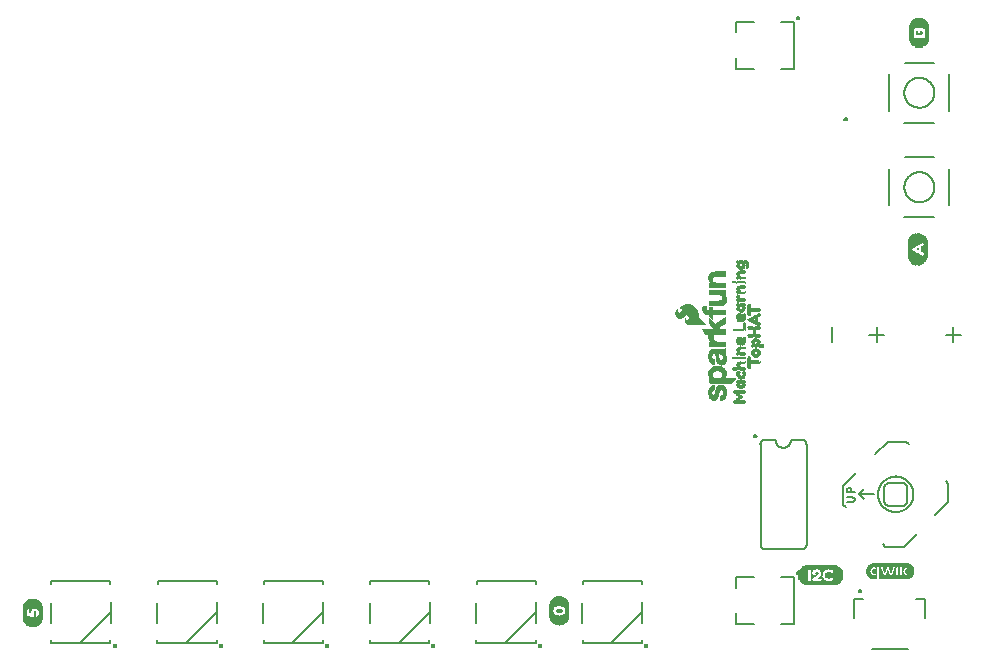
<source format=gto>
G75*
%MOIN*%
%OFA0B0*%
%FSLAX25Y25*%
%IPPOS*%
%LPD*%
%AMOC8*
5,1,8,0,0,1.08239X$1,22.5*
%
%ADD10C,0.00800*%
%ADD11C,0.00600*%
%ADD12C,0.01600*%
%ADD13R,0.00157X0.00787*%
%ADD14R,0.00157X0.00630*%
%ADD15R,0.00157X0.00157*%
%ADD16R,0.00157X0.01102*%
%ADD17R,0.00157X0.00945*%
%ADD18R,0.00157X0.00315*%
%ADD19R,0.00157X0.01260*%
%ADD20R,0.00157X0.01417*%
%ADD21R,0.00157X0.01575*%
%ADD22R,0.00157X0.01732*%
%ADD23R,0.00157X0.01890*%
%ADD24R,0.00157X0.02047*%
%ADD25R,0.00157X0.02362*%
%ADD26R,0.00157X0.02520*%
%ADD27R,0.00157X0.02205*%
%ADD28R,0.00157X0.02677*%
%ADD29R,0.00157X0.02835*%
%ADD30R,0.00157X0.04567*%
%ADD31R,0.00157X0.03307*%
%ADD32R,0.00157X0.02992*%
%ADD33R,0.00157X0.00472*%
%ADD34R,0.00157X0.03465*%
%ADD35R,0.00157X0.03937*%
%ADD36R,0.00157X0.04094*%
%ADD37R,0.00157X0.03780*%
%ADD38R,0.00157X0.03622*%
%ADD39C,0.00300*%
%ADD40C,0.00050*%
%ADD41R,0.00157X0.04882*%
%ADD42R,0.00157X0.05827*%
%ADD43R,0.00157X0.06457*%
%ADD44R,0.00157X0.07087*%
%ADD45R,0.00157X0.07402*%
%ADD46R,0.00157X0.07717*%
%ADD47R,0.00157X0.08031*%
%ADD48R,0.00157X0.03150*%
%ADD49R,0.00157X0.06772*%
%ADD50R,0.00157X0.05039*%
%ADD51R,0.00157X0.08346*%
%ADD52R,0.00157X0.08661*%
%ADD53R,0.00157X0.08976*%
%ADD54R,0.00157X0.09291*%
%ADD55R,0.00157X0.04409*%
%ADD56R,0.00157X0.04252*%
%ADD57R,0.00157X0.05197*%
%ADD58R,0.00157X0.06142*%
%ADD59R,0.10551X0.00157*%
%ADD60R,0.11496X0.00157*%
%ADD61R,0.11969X0.00157*%
%ADD62R,0.12441X0.00157*%
%ADD63R,0.12756X0.00157*%
%ADD64R,0.13071X0.00157*%
%ADD65R,0.13386X0.00157*%
%ADD66R,0.05197X0.00157*%
%ADD67R,0.03465X0.00157*%
%ADD68R,0.03780X0.00157*%
%ADD69R,0.02992X0.00157*%
%ADD70R,0.01260X0.00157*%
%ADD71R,0.02520X0.00157*%
%ADD72R,0.03307X0.00157*%
%ADD73R,0.02835X0.00157*%
%ADD74R,0.00945X0.00157*%
%ADD75R,0.01890X0.00157*%
%ADD76R,0.03150X0.00157*%
%ADD77R,0.00630X0.00157*%
%ADD78R,0.01575X0.00157*%
%ADD79R,0.01102X0.00157*%
%ADD80R,0.00472X0.00157*%
%ADD81R,0.00787X0.00157*%
%ADD82R,0.00315X0.00157*%
%ADD83R,0.03622X0.00157*%
%ADD84R,0.05669X0.00157*%
%ADD85R,0.05827X0.00157*%
%ADD86R,0.02047X0.00157*%
%ADD87R,0.01732X0.00157*%
%ADD88R,0.01417X0.00157*%
%ADD89R,0.05512X0.00157*%
%ADD90R,0.11811X0.00157*%
D10*
X0068422Y0051887D02*
X0068622Y0051887D01*
X0068622Y0051877D01*
X0088182Y0051877D01*
X0088182Y0052767D01*
X0088302Y0058687D02*
X0088302Y0062087D01*
X0078302Y0052087D01*
X0068422Y0051887D02*
X0068422Y0052957D01*
X0068302Y0058587D02*
X0068302Y0065287D01*
X0068502Y0071387D02*
X0068502Y0072387D01*
X0068702Y0072387D01*
X0068702Y0072367D01*
X0088192Y0072367D01*
X0088192Y0071457D01*
X0088302Y0065487D02*
X0088302Y0062087D01*
X0103736Y0065287D02*
X0103736Y0058587D01*
X0103856Y0052957D02*
X0103856Y0051887D01*
X0104056Y0051887D01*
X0104056Y0051877D01*
X0123616Y0051877D01*
X0123616Y0052767D01*
X0123736Y0058687D02*
X0123736Y0062087D01*
X0113736Y0052087D01*
X0123736Y0062087D02*
X0123736Y0065487D01*
X0123626Y0071457D02*
X0123626Y0072367D01*
X0104136Y0072367D01*
X0104136Y0072387D01*
X0103936Y0072387D01*
X0103936Y0071387D01*
X0139369Y0071387D02*
X0139369Y0072387D01*
X0139569Y0072387D01*
X0139569Y0072367D01*
X0159059Y0072367D01*
X0159059Y0071457D01*
X0159169Y0065487D02*
X0159169Y0062087D01*
X0149169Y0052087D01*
X0139489Y0051877D02*
X0159049Y0051877D01*
X0159049Y0052767D01*
X0159169Y0058687D02*
X0159169Y0062087D01*
X0174602Y0065287D02*
X0174602Y0058587D01*
X0174722Y0052957D02*
X0174722Y0051887D01*
X0174922Y0051887D01*
X0174922Y0051877D01*
X0194482Y0051877D01*
X0194482Y0052767D01*
X0194602Y0058687D02*
X0194602Y0062087D01*
X0184602Y0052087D01*
X0194602Y0062087D02*
X0194602Y0065487D01*
X0194492Y0071457D02*
X0194492Y0072367D01*
X0175002Y0072367D01*
X0175002Y0072387D01*
X0174802Y0072387D01*
X0174802Y0071387D01*
X0210035Y0065287D02*
X0210035Y0058587D01*
X0210155Y0052957D02*
X0210155Y0051887D01*
X0210355Y0051887D01*
X0210355Y0051877D01*
X0229915Y0051877D01*
X0229915Y0052767D01*
X0230035Y0058687D02*
X0230035Y0062087D01*
X0220035Y0052087D01*
X0230035Y0062087D02*
X0230035Y0065487D01*
X0229925Y0071457D02*
X0229925Y0072367D01*
X0210435Y0072367D01*
X0210435Y0072387D01*
X0210235Y0072387D01*
X0210235Y0071387D01*
X0245668Y0071387D02*
X0245668Y0072387D01*
X0245868Y0072387D01*
X0245868Y0072367D01*
X0265358Y0072367D01*
X0265358Y0071457D01*
X0265468Y0065487D02*
X0265468Y0062087D01*
X0255468Y0052087D01*
X0245788Y0051887D02*
X0245788Y0051877D01*
X0265348Y0051877D01*
X0265348Y0052767D01*
X0265468Y0058687D02*
X0265468Y0062087D01*
X0245468Y0065287D02*
X0245468Y0058587D01*
X0245588Y0052957D02*
X0245588Y0051887D01*
X0245788Y0051887D01*
X0296806Y0058150D02*
X0302712Y0058150D01*
X0296806Y0058150D02*
X0296806Y0061693D01*
X0296806Y0070354D02*
X0296806Y0073898D01*
X0302712Y0073898D01*
X0311767Y0073898D02*
X0316098Y0073898D01*
X0316098Y0058150D01*
X0311767Y0058150D01*
X0316918Y0075236D02*
X0316920Y0075276D01*
X0316926Y0075315D01*
X0316936Y0075354D01*
X0316949Y0075391D01*
X0316967Y0075427D01*
X0316988Y0075461D01*
X0317012Y0075493D01*
X0317039Y0075522D01*
X0317069Y0075549D01*
X0317101Y0075572D01*
X0317136Y0075592D01*
X0317172Y0075608D01*
X0317210Y0075621D01*
X0317249Y0075630D01*
X0317288Y0075635D01*
X0317328Y0075636D01*
X0317368Y0075633D01*
X0317407Y0075626D01*
X0317445Y0075615D01*
X0317483Y0075601D01*
X0317518Y0075582D01*
X0317551Y0075561D01*
X0317583Y0075536D01*
X0317611Y0075508D01*
X0317637Y0075478D01*
X0317659Y0075445D01*
X0317678Y0075410D01*
X0317694Y0075373D01*
X0317706Y0075335D01*
X0317714Y0075296D01*
X0317718Y0075256D01*
X0317718Y0075216D01*
X0317714Y0075176D01*
X0317706Y0075137D01*
X0317694Y0075099D01*
X0317678Y0075062D01*
X0317659Y0075027D01*
X0317637Y0074994D01*
X0317611Y0074964D01*
X0317583Y0074936D01*
X0317551Y0074911D01*
X0317518Y0074890D01*
X0317483Y0074871D01*
X0317445Y0074857D01*
X0317407Y0074846D01*
X0317368Y0074839D01*
X0317328Y0074836D01*
X0317288Y0074837D01*
X0317249Y0074842D01*
X0317210Y0074851D01*
X0317172Y0074864D01*
X0317136Y0074880D01*
X0317101Y0074900D01*
X0317069Y0074923D01*
X0317039Y0074950D01*
X0317012Y0074979D01*
X0316988Y0075011D01*
X0316967Y0075045D01*
X0316949Y0075081D01*
X0316936Y0075118D01*
X0316926Y0075157D01*
X0316920Y0075196D01*
X0316918Y0075236D01*
X0318717Y0083257D02*
X0306392Y0083257D01*
X0306321Y0083248D01*
X0306250Y0083243D01*
X0306178Y0083242D01*
X0306107Y0083245D01*
X0306036Y0083252D01*
X0305965Y0083262D01*
X0305896Y0083276D01*
X0305826Y0083295D01*
X0305758Y0083316D01*
X0305692Y0083342D01*
X0305627Y0083371D01*
X0305563Y0083403D01*
X0305501Y0083439D01*
X0305442Y0083478D01*
X0305384Y0083521D01*
X0305329Y0083566D01*
X0305277Y0083615D01*
X0305227Y0083666D01*
X0305180Y0083719D01*
X0305136Y0083776D01*
X0305095Y0083834D01*
X0305057Y0083895D01*
X0305023Y0083957D01*
X0304992Y0084022D01*
X0304965Y0084088D01*
X0304941Y0084155D01*
X0304921Y0084223D01*
X0304904Y0084293D01*
X0304892Y0084363D01*
X0304892Y0118157D01*
X0304883Y0118227D01*
X0304878Y0118299D01*
X0304877Y0118370D01*
X0304880Y0118441D01*
X0304887Y0118512D01*
X0304897Y0118583D01*
X0304911Y0118653D01*
X0304929Y0118722D01*
X0304951Y0118790D01*
X0304977Y0118857D01*
X0305006Y0118922D01*
X0305038Y0118985D01*
X0305074Y0119047D01*
X0305113Y0119107D01*
X0305156Y0119164D01*
X0305201Y0119219D01*
X0305249Y0119272D01*
X0305301Y0119322D01*
X0305354Y0119369D01*
X0305410Y0119413D01*
X0305469Y0119453D01*
X0305530Y0119491D01*
X0305592Y0119525D01*
X0305656Y0119556D01*
X0305722Y0119584D01*
X0305790Y0119607D01*
X0305858Y0119627D01*
X0305928Y0119644D01*
X0305998Y0119656D01*
X0305998Y0119657D02*
X0309954Y0119657D01*
X0309954Y0119457D02*
X0309956Y0119359D01*
X0309962Y0119261D01*
X0309971Y0119163D01*
X0309985Y0119066D01*
X0310002Y0118969D01*
X0310023Y0118873D01*
X0310048Y0118778D01*
X0310076Y0118684D01*
X0310109Y0118592D01*
X0310144Y0118500D01*
X0310184Y0118410D01*
X0310226Y0118322D01*
X0310273Y0118235D01*
X0310322Y0118151D01*
X0310375Y0118068D01*
X0310431Y0117988D01*
X0310491Y0117909D01*
X0310553Y0117833D01*
X0310618Y0117760D01*
X0310686Y0117689D01*
X0310757Y0117621D01*
X0310830Y0117556D01*
X0310906Y0117494D01*
X0310985Y0117434D01*
X0311065Y0117378D01*
X0311148Y0117325D01*
X0311232Y0117276D01*
X0311319Y0117229D01*
X0311407Y0117187D01*
X0311497Y0117147D01*
X0311589Y0117112D01*
X0311681Y0117079D01*
X0311775Y0117051D01*
X0311870Y0117026D01*
X0311966Y0117005D01*
X0312063Y0116988D01*
X0312160Y0116974D01*
X0312258Y0116965D01*
X0312356Y0116959D01*
X0312454Y0116957D01*
X0312552Y0116959D01*
X0312650Y0116965D01*
X0312748Y0116974D01*
X0312845Y0116988D01*
X0312942Y0117005D01*
X0313038Y0117026D01*
X0313133Y0117051D01*
X0313227Y0117079D01*
X0313319Y0117112D01*
X0313411Y0117147D01*
X0313501Y0117187D01*
X0313589Y0117229D01*
X0313676Y0117276D01*
X0313760Y0117325D01*
X0313843Y0117378D01*
X0313923Y0117434D01*
X0314002Y0117494D01*
X0314078Y0117556D01*
X0314151Y0117621D01*
X0314222Y0117689D01*
X0314290Y0117760D01*
X0314355Y0117833D01*
X0314417Y0117909D01*
X0314477Y0117988D01*
X0314533Y0118068D01*
X0314586Y0118151D01*
X0314635Y0118235D01*
X0314682Y0118322D01*
X0314724Y0118410D01*
X0314764Y0118500D01*
X0314799Y0118592D01*
X0314832Y0118684D01*
X0314860Y0118778D01*
X0314885Y0118873D01*
X0314906Y0118969D01*
X0314923Y0119066D01*
X0314937Y0119163D01*
X0314946Y0119261D01*
X0314952Y0119359D01*
X0314954Y0119457D01*
X0314954Y0119657D02*
X0318273Y0119657D01*
X0318323Y0119657D02*
X0318404Y0119664D01*
X0318485Y0119668D01*
X0318566Y0119667D01*
X0318648Y0119663D01*
X0318728Y0119655D01*
X0318809Y0119643D01*
X0318889Y0119628D01*
X0318968Y0119608D01*
X0319046Y0119585D01*
X0319122Y0119558D01*
X0319198Y0119528D01*
X0319272Y0119494D01*
X0319344Y0119456D01*
X0319414Y0119415D01*
X0319482Y0119371D01*
X0319548Y0119324D01*
X0319612Y0119273D01*
X0319673Y0119220D01*
X0319732Y0119163D01*
X0319788Y0119104D01*
X0319841Y0119043D01*
X0319891Y0118979D01*
X0319938Y0118912D01*
X0319982Y0118844D01*
X0320022Y0118773D01*
X0320059Y0118701D01*
X0320093Y0118627D01*
X0320122Y0118551D01*
X0320149Y0118474D01*
X0320171Y0118396D01*
X0320190Y0118317D01*
X0320205Y0118237D01*
X0320217Y0118156D01*
X0320217Y0118157D02*
X0320217Y0084757D01*
X0320217Y0084756D02*
X0320215Y0084680D01*
X0320209Y0084605D01*
X0320200Y0084529D01*
X0320186Y0084454D01*
X0320169Y0084380D01*
X0320148Y0084307D01*
X0320124Y0084235D01*
X0320096Y0084165D01*
X0320064Y0084096D01*
X0320029Y0084028D01*
X0319990Y0083963D01*
X0319948Y0083899D01*
X0319903Y0083838D01*
X0319855Y0083779D01*
X0319804Y0083723D01*
X0319750Y0083669D01*
X0319694Y0083618D01*
X0319635Y0083570D01*
X0319574Y0083525D01*
X0319510Y0083483D01*
X0319445Y0083444D01*
X0319377Y0083409D01*
X0319308Y0083377D01*
X0319238Y0083349D01*
X0319166Y0083325D01*
X0319093Y0083304D01*
X0319019Y0083287D01*
X0318944Y0083273D01*
X0318868Y0083264D01*
X0318793Y0083258D01*
X0318717Y0083256D01*
X0333319Y0097064D02*
X0332482Y0097902D01*
X0332482Y0104177D01*
X0336721Y0108416D01*
X0339377Y0103127D02*
X0337707Y0101457D01*
X0339377Y0099786D01*
X0337707Y0101457D02*
X0342718Y0101457D01*
X0346059Y0103386D02*
X0346059Y0099528D01*
X0346058Y0099528D02*
X0346060Y0099442D01*
X0346065Y0099356D01*
X0346075Y0099271D01*
X0346088Y0099186D01*
X0346105Y0099102D01*
X0346125Y0099018D01*
X0346149Y0098936D01*
X0346177Y0098855D01*
X0346208Y0098774D01*
X0346242Y0098696D01*
X0346280Y0098619D01*
X0346322Y0098544D01*
X0346366Y0098470D01*
X0346414Y0098399D01*
X0346465Y0098329D01*
X0346519Y0098262D01*
X0346575Y0098198D01*
X0346635Y0098136D01*
X0346697Y0098076D01*
X0346761Y0098020D01*
X0346828Y0097966D01*
X0346898Y0097915D01*
X0346969Y0097867D01*
X0347043Y0097823D01*
X0347118Y0097781D01*
X0347195Y0097743D01*
X0347273Y0097709D01*
X0347354Y0097678D01*
X0347435Y0097650D01*
X0347517Y0097626D01*
X0347601Y0097606D01*
X0347685Y0097589D01*
X0347770Y0097576D01*
X0347855Y0097566D01*
X0347941Y0097561D01*
X0348027Y0097559D01*
X0351885Y0097559D01*
X0351971Y0097561D01*
X0352057Y0097566D01*
X0352142Y0097576D01*
X0352227Y0097589D01*
X0352311Y0097606D01*
X0352395Y0097626D01*
X0352477Y0097650D01*
X0352558Y0097678D01*
X0352639Y0097709D01*
X0352717Y0097743D01*
X0352794Y0097781D01*
X0352870Y0097823D01*
X0352943Y0097867D01*
X0353014Y0097915D01*
X0353084Y0097966D01*
X0353151Y0098020D01*
X0353215Y0098076D01*
X0353277Y0098136D01*
X0353337Y0098198D01*
X0353393Y0098262D01*
X0353447Y0098329D01*
X0353498Y0098399D01*
X0353546Y0098470D01*
X0353590Y0098544D01*
X0353632Y0098619D01*
X0353670Y0098696D01*
X0353704Y0098774D01*
X0353735Y0098855D01*
X0353763Y0098936D01*
X0353787Y0099018D01*
X0353807Y0099102D01*
X0353824Y0099186D01*
X0353837Y0099271D01*
X0353847Y0099356D01*
X0353852Y0099442D01*
X0353854Y0099528D01*
X0353853Y0099528D02*
X0353853Y0103386D01*
X0353854Y0103386D02*
X0353852Y0103472D01*
X0353847Y0103558D01*
X0353837Y0103643D01*
X0353824Y0103728D01*
X0353807Y0103812D01*
X0353787Y0103896D01*
X0353763Y0103978D01*
X0353735Y0104059D01*
X0353704Y0104140D01*
X0353670Y0104218D01*
X0353632Y0104295D01*
X0353590Y0104371D01*
X0353546Y0104444D01*
X0353498Y0104515D01*
X0353447Y0104585D01*
X0353393Y0104652D01*
X0353337Y0104716D01*
X0353277Y0104778D01*
X0353215Y0104838D01*
X0353151Y0104894D01*
X0353084Y0104948D01*
X0353014Y0104999D01*
X0352943Y0105047D01*
X0352870Y0105091D01*
X0352794Y0105133D01*
X0352717Y0105171D01*
X0352639Y0105205D01*
X0352558Y0105236D01*
X0352477Y0105264D01*
X0352395Y0105288D01*
X0352311Y0105308D01*
X0352227Y0105325D01*
X0352142Y0105338D01*
X0352057Y0105348D01*
X0351971Y0105353D01*
X0351885Y0105355D01*
X0351885Y0105354D02*
X0348027Y0105354D01*
X0348027Y0105355D02*
X0347941Y0105353D01*
X0347855Y0105348D01*
X0347770Y0105338D01*
X0347685Y0105325D01*
X0347601Y0105308D01*
X0347517Y0105288D01*
X0347435Y0105264D01*
X0347354Y0105236D01*
X0347273Y0105205D01*
X0347195Y0105171D01*
X0347118Y0105133D01*
X0347043Y0105091D01*
X0346969Y0105047D01*
X0346898Y0104999D01*
X0346828Y0104948D01*
X0346761Y0104894D01*
X0346697Y0104838D01*
X0346635Y0104778D01*
X0346575Y0104716D01*
X0346519Y0104652D01*
X0346465Y0104585D01*
X0346414Y0104515D01*
X0346366Y0104444D01*
X0346322Y0104371D01*
X0346280Y0104295D01*
X0346242Y0104218D01*
X0346208Y0104140D01*
X0346177Y0104059D01*
X0346149Y0103978D01*
X0346125Y0103896D01*
X0346105Y0103812D01*
X0346088Y0103728D01*
X0346075Y0103643D01*
X0346065Y0103558D01*
X0346060Y0103472D01*
X0346058Y0103386D01*
X0344050Y0101457D02*
X0344052Y0101610D01*
X0344058Y0101764D01*
X0344068Y0101917D01*
X0344082Y0102069D01*
X0344100Y0102222D01*
X0344122Y0102373D01*
X0344147Y0102524D01*
X0344177Y0102675D01*
X0344211Y0102825D01*
X0344248Y0102973D01*
X0344289Y0103121D01*
X0344334Y0103267D01*
X0344383Y0103413D01*
X0344436Y0103557D01*
X0344492Y0103699D01*
X0344552Y0103840D01*
X0344616Y0103980D01*
X0344683Y0104118D01*
X0344754Y0104254D01*
X0344829Y0104388D01*
X0344906Y0104520D01*
X0344988Y0104650D01*
X0345072Y0104778D01*
X0345160Y0104904D01*
X0345251Y0105027D01*
X0345345Y0105148D01*
X0345443Y0105266D01*
X0345543Y0105382D01*
X0345647Y0105495D01*
X0345753Y0105606D01*
X0345862Y0105714D01*
X0345974Y0105819D01*
X0346088Y0105920D01*
X0346206Y0106019D01*
X0346325Y0106115D01*
X0346447Y0106208D01*
X0346572Y0106297D01*
X0346699Y0106384D01*
X0346828Y0106466D01*
X0346959Y0106546D01*
X0347092Y0106622D01*
X0347227Y0106695D01*
X0347364Y0106764D01*
X0347503Y0106829D01*
X0347643Y0106891D01*
X0347785Y0106949D01*
X0347928Y0107004D01*
X0348073Y0107055D01*
X0348219Y0107102D01*
X0348366Y0107145D01*
X0348514Y0107184D01*
X0348663Y0107220D01*
X0348813Y0107251D01*
X0348964Y0107279D01*
X0349115Y0107303D01*
X0349268Y0107323D01*
X0349420Y0107339D01*
X0349573Y0107351D01*
X0349726Y0107359D01*
X0349879Y0107363D01*
X0350033Y0107363D01*
X0350186Y0107359D01*
X0350339Y0107351D01*
X0350492Y0107339D01*
X0350644Y0107323D01*
X0350797Y0107303D01*
X0350948Y0107279D01*
X0351099Y0107251D01*
X0351249Y0107220D01*
X0351398Y0107184D01*
X0351546Y0107145D01*
X0351693Y0107102D01*
X0351839Y0107055D01*
X0351984Y0107004D01*
X0352127Y0106949D01*
X0352269Y0106891D01*
X0352409Y0106829D01*
X0352548Y0106764D01*
X0352685Y0106695D01*
X0352820Y0106622D01*
X0352953Y0106546D01*
X0353084Y0106466D01*
X0353213Y0106384D01*
X0353340Y0106297D01*
X0353465Y0106208D01*
X0353587Y0106115D01*
X0353706Y0106019D01*
X0353824Y0105920D01*
X0353938Y0105819D01*
X0354050Y0105714D01*
X0354159Y0105606D01*
X0354265Y0105495D01*
X0354369Y0105382D01*
X0354469Y0105266D01*
X0354567Y0105148D01*
X0354661Y0105027D01*
X0354752Y0104904D01*
X0354840Y0104778D01*
X0354924Y0104650D01*
X0355006Y0104520D01*
X0355083Y0104388D01*
X0355158Y0104254D01*
X0355229Y0104118D01*
X0355296Y0103980D01*
X0355360Y0103840D01*
X0355420Y0103699D01*
X0355476Y0103557D01*
X0355529Y0103413D01*
X0355578Y0103267D01*
X0355623Y0103121D01*
X0355664Y0102973D01*
X0355701Y0102825D01*
X0355735Y0102675D01*
X0355765Y0102524D01*
X0355790Y0102373D01*
X0355812Y0102222D01*
X0355830Y0102069D01*
X0355844Y0101917D01*
X0355854Y0101764D01*
X0355860Y0101610D01*
X0355862Y0101457D01*
X0355860Y0101304D01*
X0355854Y0101150D01*
X0355844Y0100997D01*
X0355830Y0100845D01*
X0355812Y0100692D01*
X0355790Y0100541D01*
X0355765Y0100390D01*
X0355735Y0100239D01*
X0355701Y0100089D01*
X0355664Y0099941D01*
X0355623Y0099793D01*
X0355578Y0099647D01*
X0355529Y0099501D01*
X0355476Y0099357D01*
X0355420Y0099215D01*
X0355360Y0099074D01*
X0355296Y0098934D01*
X0355229Y0098796D01*
X0355158Y0098660D01*
X0355083Y0098526D01*
X0355006Y0098394D01*
X0354924Y0098264D01*
X0354840Y0098136D01*
X0354752Y0098010D01*
X0354661Y0097887D01*
X0354567Y0097766D01*
X0354469Y0097648D01*
X0354369Y0097532D01*
X0354265Y0097419D01*
X0354159Y0097308D01*
X0354050Y0097200D01*
X0353938Y0097095D01*
X0353824Y0096994D01*
X0353706Y0096895D01*
X0353587Y0096799D01*
X0353465Y0096706D01*
X0353340Y0096617D01*
X0353213Y0096530D01*
X0353084Y0096448D01*
X0352953Y0096368D01*
X0352820Y0096292D01*
X0352685Y0096219D01*
X0352548Y0096150D01*
X0352409Y0096085D01*
X0352269Y0096023D01*
X0352127Y0095965D01*
X0351984Y0095910D01*
X0351839Y0095859D01*
X0351693Y0095812D01*
X0351546Y0095769D01*
X0351398Y0095730D01*
X0351249Y0095694D01*
X0351099Y0095663D01*
X0350948Y0095635D01*
X0350797Y0095611D01*
X0350644Y0095591D01*
X0350492Y0095575D01*
X0350339Y0095563D01*
X0350186Y0095555D01*
X0350033Y0095551D01*
X0349879Y0095551D01*
X0349726Y0095555D01*
X0349573Y0095563D01*
X0349420Y0095575D01*
X0349268Y0095591D01*
X0349115Y0095611D01*
X0348964Y0095635D01*
X0348813Y0095663D01*
X0348663Y0095694D01*
X0348514Y0095730D01*
X0348366Y0095769D01*
X0348219Y0095812D01*
X0348073Y0095859D01*
X0347928Y0095910D01*
X0347785Y0095965D01*
X0347643Y0096023D01*
X0347503Y0096085D01*
X0347364Y0096150D01*
X0347227Y0096219D01*
X0347092Y0096292D01*
X0346959Y0096368D01*
X0346828Y0096448D01*
X0346699Y0096530D01*
X0346572Y0096617D01*
X0346447Y0096706D01*
X0346325Y0096799D01*
X0346206Y0096895D01*
X0346088Y0096994D01*
X0345974Y0097095D01*
X0345862Y0097200D01*
X0345753Y0097308D01*
X0345647Y0097419D01*
X0345543Y0097532D01*
X0345443Y0097648D01*
X0345345Y0097766D01*
X0345251Y0097887D01*
X0345160Y0098010D01*
X0345072Y0098136D01*
X0344988Y0098264D01*
X0344906Y0098394D01*
X0344829Y0098526D01*
X0344754Y0098660D01*
X0344683Y0098796D01*
X0344616Y0098934D01*
X0344552Y0099074D01*
X0344492Y0099215D01*
X0344436Y0099357D01*
X0344383Y0099501D01*
X0344334Y0099647D01*
X0344289Y0099793D01*
X0344248Y0099941D01*
X0344211Y0100089D01*
X0344177Y0100239D01*
X0344147Y0100390D01*
X0344122Y0100541D01*
X0344100Y0100692D01*
X0344082Y0100845D01*
X0344068Y0100997D01*
X0344058Y0101150D01*
X0344052Y0101304D01*
X0344050Y0101457D01*
X0356916Y0088222D02*
X0352676Y0083982D01*
X0346401Y0083982D01*
X0345563Y0084820D01*
X0363191Y0094497D02*
X0367430Y0098737D01*
X0367430Y0105012D01*
X0366592Y0105850D01*
X0354349Y0118093D02*
X0353511Y0118931D01*
X0347236Y0118931D01*
X0342996Y0114691D01*
X0302779Y0120832D02*
X0302781Y0120872D01*
X0302787Y0120911D01*
X0302797Y0120950D01*
X0302810Y0120987D01*
X0302828Y0121023D01*
X0302849Y0121057D01*
X0302873Y0121089D01*
X0302900Y0121118D01*
X0302930Y0121145D01*
X0302962Y0121168D01*
X0302997Y0121188D01*
X0303033Y0121204D01*
X0303071Y0121217D01*
X0303110Y0121226D01*
X0303149Y0121231D01*
X0303189Y0121232D01*
X0303229Y0121229D01*
X0303268Y0121222D01*
X0303306Y0121211D01*
X0303344Y0121197D01*
X0303379Y0121178D01*
X0303412Y0121157D01*
X0303444Y0121132D01*
X0303472Y0121104D01*
X0303498Y0121074D01*
X0303520Y0121041D01*
X0303539Y0121006D01*
X0303555Y0120969D01*
X0303567Y0120931D01*
X0303575Y0120892D01*
X0303579Y0120852D01*
X0303579Y0120812D01*
X0303575Y0120772D01*
X0303567Y0120733D01*
X0303555Y0120695D01*
X0303539Y0120658D01*
X0303520Y0120623D01*
X0303498Y0120590D01*
X0303472Y0120560D01*
X0303444Y0120532D01*
X0303412Y0120507D01*
X0303379Y0120486D01*
X0303344Y0120467D01*
X0303306Y0120453D01*
X0303268Y0120442D01*
X0303229Y0120435D01*
X0303189Y0120432D01*
X0303149Y0120433D01*
X0303110Y0120438D01*
X0303071Y0120447D01*
X0303033Y0120460D01*
X0302997Y0120476D01*
X0302962Y0120496D01*
X0302930Y0120519D01*
X0302900Y0120546D01*
X0302873Y0120575D01*
X0302849Y0120607D01*
X0302828Y0120641D01*
X0302810Y0120677D01*
X0302797Y0120714D01*
X0302787Y0120753D01*
X0302781Y0120792D01*
X0302779Y0120832D01*
X0328676Y0152106D02*
X0328676Y0157106D01*
X0341176Y0154606D02*
X0346176Y0154606D01*
X0343676Y0157106D02*
X0343676Y0152106D01*
X0366676Y0154606D02*
X0371676Y0154606D01*
X0369176Y0157106D02*
X0369176Y0152106D01*
X0362712Y0193819D02*
X0352830Y0193819D01*
X0347830Y0197756D02*
X0347830Y0209882D01*
X0352948Y0213819D02*
X0362712Y0213819D01*
X0367830Y0209882D02*
X0367830Y0197756D01*
X0352830Y0203819D02*
X0352832Y0203960D01*
X0352838Y0204101D01*
X0352848Y0204241D01*
X0352862Y0204381D01*
X0352880Y0204521D01*
X0352901Y0204660D01*
X0352927Y0204799D01*
X0352956Y0204937D01*
X0352990Y0205073D01*
X0353027Y0205209D01*
X0353068Y0205344D01*
X0353113Y0205478D01*
X0353162Y0205610D01*
X0353214Y0205741D01*
X0353270Y0205870D01*
X0353330Y0205997D01*
X0353393Y0206123D01*
X0353459Y0206247D01*
X0353530Y0206370D01*
X0353603Y0206490D01*
X0353680Y0206608D01*
X0353760Y0206724D01*
X0353844Y0206837D01*
X0353930Y0206948D01*
X0354020Y0207057D01*
X0354113Y0207163D01*
X0354208Y0207266D01*
X0354307Y0207367D01*
X0354408Y0207465D01*
X0354512Y0207560D01*
X0354619Y0207652D01*
X0354728Y0207741D01*
X0354840Y0207826D01*
X0354954Y0207909D01*
X0355070Y0207989D01*
X0355189Y0208065D01*
X0355310Y0208137D01*
X0355432Y0208207D01*
X0355557Y0208272D01*
X0355683Y0208335D01*
X0355811Y0208393D01*
X0355941Y0208448D01*
X0356072Y0208500D01*
X0356205Y0208547D01*
X0356339Y0208591D01*
X0356474Y0208632D01*
X0356610Y0208668D01*
X0356747Y0208700D01*
X0356885Y0208729D01*
X0357023Y0208754D01*
X0357163Y0208774D01*
X0357303Y0208791D01*
X0357443Y0208804D01*
X0357584Y0208813D01*
X0357724Y0208818D01*
X0357865Y0208819D01*
X0358006Y0208816D01*
X0358147Y0208809D01*
X0358287Y0208798D01*
X0358427Y0208783D01*
X0358567Y0208764D01*
X0358706Y0208742D01*
X0358844Y0208715D01*
X0358982Y0208685D01*
X0359118Y0208650D01*
X0359254Y0208612D01*
X0359388Y0208570D01*
X0359522Y0208524D01*
X0359654Y0208475D01*
X0359784Y0208421D01*
X0359913Y0208364D01*
X0360040Y0208304D01*
X0360166Y0208240D01*
X0360289Y0208172D01*
X0360411Y0208101D01*
X0360531Y0208027D01*
X0360648Y0207949D01*
X0360763Y0207868D01*
X0360876Y0207784D01*
X0360987Y0207697D01*
X0361095Y0207606D01*
X0361200Y0207513D01*
X0361303Y0207416D01*
X0361403Y0207317D01*
X0361500Y0207215D01*
X0361594Y0207110D01*
X0361685Y0207003D01*
X0361773Y0206893D01*
X0361858Y0206781D01*
X0361940Y0206666D01*
X0362019Y0206549D01*
X0362094Y0206430D01*
X0362166Y0206309D01*
X0362234Y0206186D01*
X0362299Y0206061D01*
X0362361Y0205934D01*
X0362418Y0205805D01*
X0362473Y0205675D01*
X0362523Y0205544D01*
X0362570Y0205411D01*
X0362613Y0205277D01*
X0362652Y0205141D01*
X0362687Y0205005D01*
X0362719Y0204868D01*
X0362746Y0204730D01*
X0362770Y0204591D01*
X0362790Y0204451D01*
X0362806Y0204311D01*
X0362818Y0204171D01*
X0362826Y0204030D01*
X0362830Y0203889D01*
X0362830Y0203749D01*
X0362826Y0203608D01*
X0362818Y0203467D01*
X0362806Y0203327D01*
X0362790Y0203187D01*
X0362770Y0203047D01*
X0362746Y0202908D01*
X0362719Y0202770D01*
X0362687Y0202633D01*
X0362652Y0202497D01*
X0362613Y0202361D01*
X0362570Y0202227D01*
X0362523Y0202094D01*
X0362473Y0201963D01*
X0362418Y0201833D01*
X0362361Y0201704D01*
X0362299Y0201577D01*
X0362234Y0201452D01*
X0362166Y0201329D01*
X0362094Y0201208D01*
X0362019Y0201089D01*
X0361940Y0200972D01*
X0361858Y0200857D01*
X0361773Y0200745D01*
X0361685Y0200635D01*
X0361594Y0200528D01*
X0361500Y0200423D01*
X0361403Y0200321D01*
X0361303Y0200222D01*
X0361200Y0200125D01*
X0361095Y0200032D01*
X0360987Y0199941D01*
X0360876Y0199854D01*
X0360763Y0199770D01*
X0360648Y0199689D01*
X0360531Y0199611D01*
X0360411Y0199537D01*
X0360289Y0199466D01*
X0360166Y0199398D01*
X0360040Y0199334D01*
X0359913Y0199274D01*
X0359784Y0199217D01*
X0359654Y0199163D01*
X0359522Y0199114D01*
X0359388Y0199068D01*
X0359254Y0199026D01*
X0359118Y0198988D01*
X0358982Y0198953D01*
X0358844Y0198923D01*
X0358706Y0198896D01*
X0358567Y0198874D01*
X0358427Y0198855D01*
X0358287Y0198840D01*
X0358147Y0198829D01*
X0358006Y0198822D01*
X0357865Y0198819D01*
X0357724Y0198820D01*
X0357584Y0198825D01*
X0357443Y0198834D01*
X0357303Y0198847D01*
X0357163Y0198864D01*
X0357023Y0198884D01*
X0356885Y0198909D01*
X0356747Y0198938D01*
X0356610Y0198970D01*
X0356474Y0199006D01*
X0356339Y0199047D01*
X0356205Y0199091D01*
X0356072Y0199138D01*
X0355941Y0199190D01*
X0355811Y0199245D01*
X0355683Y0199303D01*
X0355557Y0199366D01*
X0355432Y0199431D01*
X0355310Y0199501D01*
X0355189Y0199573D01*
X0355070Y0199649D01*
X0354954Y0199729D01*
X0354840Y0199812D01*
X0354728Y0199897D01*
X0354619Y0199986D01*
X0354512Y0200078D01*
X0354408Y0200173D01*
X0354307Y0200271D01*
X0354208Y0200372D01*
X0354113Y0200475D01*
X0354020Y0200581D01*
X0353930Y0200690D01*
X0353844Y0200801D01*
X0353760Y0200914D01*
X0353680Y0201030D01*
X0353603Y0201148D01*
X0353530Y0201268D01*
X0353459Y0201391D01*
X0353393Y0201515D01*
X0353330Y0201641D01*
X0353270Y0201768D01*
X0353214Y0201897D01*
X0353162Y0202028D01*
X0353113Y0202160D01*
X0353068Y0202294D01*
X0353027Y0202429D01*
X0352990Y0202565D01*
X0352956Y0202701D01*
X0352927Y0202839D01*
X0352901Y0202978D01*
X0352880Y0203117D01*
X0352862Y0203257D01*
X0352848Y0203397D01*
X0352838Y0203537D01*
X0352832Y0203678D01*
X0352830Y0203819D01*
X0352830Y0225315D02*
X0362712Y0225315D01*
X0367830Y0229252D02*
X0367830Y0241378D01*
X0362712Y0245315D02*
X0352948Y0245315D01*
X0347830Y0241378D02*
X0347830Y0229252D01*
X0352830Y0235315D02*
X0352832Y0235456D01*
X0352838Y0235597D01*
X0352848Y0235737D01*
X0352862Y0235877D01*
X0352880Y0236017D01*
X0352901Y0236156D01*
X0352927Y0236295D01*
X0352956Y0236433D01*
X0352990Y0236569D01*
X0353027Y0236705D01*
X0353068Y0236840D01*
X0353113Y0236974D01*
X0353162Y0237106D01*
X0353214Y0237237D01*
X0353270Y0237366D01*
X0353330Y0237493D01*
X0353393Y0237619D01*
X0353459Y0237743D01*
X0353530Y0237866D01*
X0353603Y0237986D01*
X0353680Y0238104D01*
X0353760Y0238220D01*
X0353844Y0238333D01*
X0353930Y0238444D01*
X0354020Y0238553D01*
X0354113Y0238659D01*
X0354208Y0238762D01*
X0354307Y0238863D01*
X0354408Y0238961D01*
X0354512Y0239056D01*
X0354619Y0239148D01*
X0354728Y0239237D01*
X0354840Y0239322D01*
X0354954Y0239405D01*
X0355070Y0239485D01*
X0355189Y0239561D01*
X0355310Y0239633D01*
X0355432Y0239703D01*
X0355557Y0239768D01*
X0355683Y0239831D01*
X0355811Y0239889D01*
X0355941Y0239944D01*
X0356072Y0239996D01*
X0356205Y0240043D01*
X0356339Y0240087D01*
X0356474Y0240128D01*
X0356610Y0240164D01*
X0356747Y0240196D01*
X0356885Y0240225D01*
X0357023Y0240250D01*
X0357163Y0240270D01*
X0357303Y0240287D01*
X0357443Y0240300D01*
X0357584Y0240309D01*
X0357724Y0240314D01*
X0357865Y0240315D01*
X0358006Y0240312D01*
X0358147Y0240305D01*
X0358287Y0240294D01*
X0358427Y0240279D01*
X0358567Y0240260D01*
X0358706Y0240238D01*
X0358844Y0240211D01*
X0358982Y0240181D01*
X0359118Y0240146D01*
X0359254Y0240108D01*
X0359388Y0240066D01*
X0359522Y0240020D01*
X0359654Y0239971D01*
X0359784Y0239917D01*
X0359913Y0239860D01*
X0360040Y0239800D01*
X0360166Y0239736D01*
X0360289Y0239668D01*
X0360411Y0239597D01*
X0360531Y0239523D01*
X0360648Y0239445D01*
X0360763Y0239364D01*
X0360876Y0239280D01*
X0360987Y0239193D01*
X0361095Y0239102D01*
X0361200Y0239009D01*
X0361303Y0238912D01*
X0361403Y0238813D01*
X0361500Y0238711D01*
X0361594Y0238606D01*
X0361685Y0238499D01*
X0361773Y0238389D01*
X0361858Y0238277D01*
X0361940Y0238162D01*
X0362019Y0238045D01*
X0362094Y0237926D01*
X0362166Y0237805D01*
X0362234Y0237682D01*
X0362299Y0237557D01*
X0362361Y0237430D01*
X0362418Y0237301D01*
X0362473Y0237171D01*
X0362523Y0237040D01*
X0362570Y0236907D01*
X0362613Y0236773D01*
X0362652Y0236637D01*
X0362687Y0236501D01*
X0362719Y0236364D01*
X0362746Y0236226D01*
X0362770Y0236087D01*
X0362790Y0235947D01*
X0362806Y0235807D01*
X0362818Y0235667D01*
X0362826Y0235526D01*
X0362830Y0235385D01*
X0362830Y0235245D01*
X0362826Y0235104D01*
X0362818Y0234963D01*
X0362806Y0234823D01*
X0362790Y0234683D01*
X0362770Y0234543D01*
X0362746Y0234404D01*
X0362719Y0234266D01*
X0362687Y0234129D01*
X0362652Y0233993D01*
X0362613Y0233857D01*
X0362570Y0233723D01*
X0362523Y0233590D01*
X0362473Y0233459D01*
X0362418Y0233329D01*
X0362361Y0233200D01*
X0362299Y0233073D01*
X0362234Y0232948D01*
X0362166Y0232825D01*
X0362094Y0232704D01*
X0362019Y0232585D01*
X0361940Y0232468D01*
X0361858Y0232353D01*
X0361773Y0232241D01*
X0361685Y0232131D01*
X0361594Y0232024D01*
X0361500Y0231919D01*
X0361403Y0231817D01*
X0361303Y0231718D01*
X0361200Y0231621D01*
X0361095Y0231528D01*
X0360987Y0231437D01*
X0360876Y0231350D01*
X0360763Y0231266D01*
X0360648Y0231185D01*
X0360531Y0231107D01*
X0360411Y0231033D01*
X0360289Y0230962D01*
X0360166Y0230894D01*
X0360040Y0230830D01*
X0359913Y0230770D01*
X0359784Y0230713D01*
X0359654Y0230659D01*
X0359522Y0230610D01*
X0359388Y0230564D01*
X0359254Y0230522D01*
X0359118Y0230484D01*
X0358982Y0230449D01*
X0358844Y0230419D01*
X0358706Y0230392D01*
X0358567Y0230370D01*
X0358427Y0230351D01*
X0358287Y0230336D01*
X0358147Y0230325D01*
X0358006Y0230318D01*
X0357865Y0230315D01*
X0357724Y0230316D01*
X0357584Y0230321D01*
X0357443Y0230330D01*
X0357303Y0230343D01*
X0357163Y0230360D01*
X0357023Y0230380D01*
X0356885Y0230405D01*
X0356747Y0230434D01*
X0356610Y0230466D01*
X0356474Y0230502D01*
X0356339Y0230543D01*
X0356205Y0230587D01*
X0356072Y0230634D01*
X0355941Y0230686D01*
X0355811Y0230741D01*
X0355683Y0230799D01*
X0355557Y0230862D01*
X0355432Y0230927D01*
X0355310Y0230997D01*
X0355189Y0231069D01*
X0355070Y0231145D01*
X0354954Y0231225D01*
X0354840Y0231308D01*
X0354728Y0231393D01*
X0354619Y0231482D01*
X0354512Y0231574D01*
X0354408Y0231669D01*
X0354307Y0231767D01*
X0354208Y0231868D01*
X0354113Y0231971D01*
X0354020Y0232077D01*
X0353930Y0232186D01*
X0353844Y0232297D01*
X0353760Y0232410D01*
X0353680Y0232526D01*
X0353603Y0232644D01*
X0353530Y0232764D01*
X0353459Y0232887D01*
X0353393Y0233011D01*
X0353330Y0233137D01*
X0353270Y0233264D01*
X0353214Y0233393D01*
X0353162Y0233524D01*
X0353113Y0233656D01*
X0353068Y0233790D01*
X0353027Y0233925D01*
X0352990Y0234061D01*
X0352956Y0234197D01*
X0352927Y0234335D01*
X0352901Y0234474D01*
X0352880Y0234613D01*
X0352862Y0234753D01*
X0352848Y0234893D01*
X0352838Y0235033D01*
X0352832Y0235174D01*
X0352830Y0235315D01*
X0332824Y0226457D02*
X0332826Y0226497D01*
X0332832Y0226536D01*
X0332842Y0226575D01*
X0332855Y0226612D01*
X0332873Y0226648D01*
X0332894Y0226682D01*
X0332918Y0226714D01*
X0332945Y0226743D01*
X0332975Y0226770D01*
X0333007Y0226793D01*
X0333042Y0226813D01*
X0333078Y0226829D01*
X0333116Y0226842D01*
X0333155Y0226851D01*
X0333194Y0226856D01*
X0333234Y0226857D01*
X0333274Y0226854D01*
X0333313Y0226847D01*
X0333351Y0226836D01*
X0333389Y0226822D01*
X0333424Y0226803D01*
X0333457Y0226782D01*
X0333489Y0226757D01*
X0333517Y0226729D01*
X0333543Y0226699D01*
X0333565Y0226666D01*
X0333584Y0226631D01*
X0333600Y0226594D01*
X0333612Y0226556D01*
X0333620Y0226517D01*
X0333624Y0226477D01*
X0333624Y0226437D01*
X0333620Y0226397D01*
X0333612Y0226358D01*
X0333600Y0226320D01*
X0333584Y0226283D01*
X0333565Y0226248D01*
X0333543Y0226215D01*
X0333517Y0226185D01*
X0333489Y0226157D01*
X0333457Y0226132D01*
X0333424Y0226111D01*
X0333389Y0226092D01*
X0333351Y0226078D01*
X0333313Y0226067D01*
X0333274Y0226060D01*
X0333234Y0226057D01*
X0333194Y0226058D01*
X0333155Y0226063D01*
X0333116Y0226072D01*
X0333078Y0226085D01*
X0333042Y0226101D01*
X0333007Y0226121D01*
X0332975Y0226144D01*
X0332945Y0226171D01*
X0332918Y0226200D01*
X0332894Y0226232D01*
X0332873Y0226266D01*
X0332855Y0226302D01*
X0332842Y0226339D01*
X0332832Y0226378D01*
X0332826Y0226417D01*
X0332824Y0226457D01*
X0316098Y0243189D02*
X0311767Y0243189D01*
X0316098Y0243189D02*
X0316098Y0258937D01*
X0311767Y0258937D01*
X0316918Y0260276D02*
X0316920Y0260316D01*
X0316926Y0260355D01*
X0316936Y0260394D01*
X0316949Y0260431D01*
X0316967Y0260467D01*
X0316988Y0260501D01*
X0317012Y0260533D01*
X0317039Y0260562D01*
X0317069Y0260589D01*
X0317101Y0260612D01*
X0317136Y0260632D01*
X0317172Y0260648D01*
X0317210Y0260661D01*
X0317249Y0260670D01*
X0317288Y0260675D01*
X0317328Y0260676D01*
X0317368Y0260673D01*
X0317407Y0260666D01*
X0317445Y0260655D01*
X0317483Y0260641D01*
X0317518Y0260622D01*
X0317551Y0260601D01*
X0317583Y0260576D01*
X0317611Y0260548D01*
X0317637Y0260518D01*
X0317659Y0260485D01*
X0317678Y0260450D01*
X0317694Y0260413D01*
X0317706Y0260375D01*
X0317714Y0260336D01*
X0317718Y0260296D01*
X0317718Y0260256D01*
X0317714Y0260216D01*
X0317706Y0260177D01*
X0317694Y0260139D01*
X0317678Y0260102D01*
X0317659Y0260067D01*
X0317637Y0260034D01*
X0317611Y0260004D01*
X0317583Y0259976D01*
X0317551Y0259951D01*
X0317518Y0259930D01*
X0317483Y0259911D01*
X0317445Y0259897D01*
X0317407Y0259886D01*
X0317368Y0259879D01*
X0317328Y0259876D01*
X0317288Y0259877D01*
X0317249Y0259882D01*
X0317210Y0259891D01*
X0317172Y0259904D01*
X0317136Y0259920D01*
X0317101Y0259940D01*
X0317069Y0259963D01*
X0317039Y0259990D01*
X0317012Y0260019D01*
X0316988Y0260051D01*
X0316967Y0260085D01*
X0316949Y0260121D01*
X0316936Y0260158D01*
X0316926Y0260197D01*
X0316920Y0260236D01*
X0316918Y0260276D01*
X0302712Y0258937D02*
X0296806Y0258937D01*
X0296806Y0255394D01*
X0296806Y0246732D02*
X0296806Y0243189D01*
X0302712Y0243189D01*
X0337745Y0069173D02*
X0337747Y0069213D01*
X0337753Y0069252D01*
X0337763Y0069291D01*
X0337776Y0069328D01*
X0337794Y0069364D01*
X0337815Y0069398D01*
X0337839Y0069430D01*
X0337866Y0069459D01*
X0337896Y0069486D01*
X0337928Y0069509D01*
X0337963Y0069529D01*
X0337999Y0069545D01*
X0338037Y0069558D01*
X0338076Y0069567D01*
X0338115Y0069572D01*
X0338155Y0069573D01*
X0338195Y0069570D01*
X0338234Y0069563D01*
X0338272Y0069552D01*
X0338310Y0069538D01*
X0338345Y0069519D01*
X0338378Y0069498D01*
X0338410Y0069473D01*
X0338438Y0069445D01*
X0338464Y0069415D01*
X0338486Y0069382D01*
X0338505Y0069347D01*
X0338521Y0069310D01*
X0338533Y0069272D01*
X0338541Y0069233D01*
X0338545Y0069193D01*
X0338545Y0069153D01*
X0338541Y0069113D01*
X0338533Y0069074D01*
X0338521Y0069036D01*
X0338505Y0068999D01*
X0338486Y0068964D01*
X0338464Y0068931D01*
X0338438Y0068901D01*
X0338410Y0068873D01*
X0338378Y0068848D01*
X0338345Y0068827D01*
X0338310Y0068808D01*
X0338272Y0068794D01*
X0338234Y0068783D01*
X0338195Y0068776D01*
X0338155Y0068773D01*
X0338115Y0068774D01*
X0338076Y0068779D01*
X0338037Y0068788D01*
X0337999Y0068801D01*
X0337963Y0068817D01*
X0337928Y0068837D01*
X0337896Y0068860D01*
X0337866Y0068887D01*
X0337839Y0068916D01*
X0337815Y0068948D01*
X0337794Y0068982D01*
X0337776Y0069018D01*
X0337763Y0069055D01*
X0337753Y0069094D01*
X0337747Y0069133D01*
X0337745Y0069173D01*
X0339129Y0066614D02*
X0336176Y0066614D01*
X0336176Y0060118D01*
X0342082Y0049882D02*
X0353893Y0049882D01*
X0359798Y0060118D02*
X0359798Y0066614D01*
X0356846Y0066614D01*
X0139169Y0065287D02*
X0139169Y0058587D01*
X0139289Y0052957D02*
X0139289Y0051887D01*
X0139489Y0051887D01*
X0139489Y0051877D01*
D11*
X0333693Y0098973D02*
X0335571Y0098973D01*
X0335624Y0098975D01*
X0335676Y0098981D01*
X0335728Y0098990D01*
X0335779Y0099004D01*
X0335829Y0099021D01*
X0335877Y0099041D01*
X0335924Y0099065D01*
X0335969Y0099093D01*
X0336012Y0099124D01*
X0336053Y0099157D01*
X0336091Y0099194D01*
X0336126Y0099233D01*
X0336158Y0099275D01*
X0336187Y0099319D01*
X0336213Y0099365D01*
X0336235Y0099413D01*
X0336254Y0099462D01*
X0336270Y0099512D01*
X0336281Y0099564D01*
X0336289Y0099616D01*
X0336293Y0099669D01*
X0336293Y0099721D01*
X0336289Y0099774D01*
X0336281Y0099826D01*
X0336270Y0099878D01*
X0336254Y0099928D01*
X0336235Y0099977D01*
X0336213Y0100025D01*
X0336187Y0100071D01*
X0336158Y0100115D01*
X0336126Y0100157D01*
X0336091Y0100196D01*
X0336053Y0100233D01*
X0336012Y0100266D01*
X0335969Y0100297D01*
X0335924Y0100325D01*
X0335877Y0100349D01*
X0335829Y0100369D01*
X0335779Y0100386D01*
X0335728Y0100400D01*
X0335676Y0100409D01*
X0335624Y0100415D01*
X0335571Y0100417D01*
X0333693Y0100417D01*
X0333693Y0102116D02*
X0333693Y0102838D01*
X0333693Y0102116D02*
X0336293Y0102116D01*
X0335138Y0102116D02*
X0335138Y0102838D01*
X0335136Y0102891D01*
X0335130Y0102943D01*
X0335121Y0102995D01*
X0335107Y0103046D01*
X0335090Y0103096D01*
X0335070Y0103144D01*
X0335046Y0103191D01*
X0335018Y0103236D01*
X0334987Y0103279D01*
X0334954Y0103320D01*
X0334917Y0103358D01*
X0334878Y0103393D01*
X0334836Y0103425D01*
X0334792Y0103454D01*
X0334746Y0103480D01*
X0334698Y0103502D01*
X0334649Y0103521D01*
X0334599Y0103537D01*
X0334547Y0103548D01*
X0334495Y0103556D01*
X0334442Y0103560D01*
X0334390Y0103560D01*
X0334337Y0103556D01*
X0334285Y0103548D01*
X0334233Y0103537D01*
X0334183Y0103521D01*
X0334134Y0103502D01*
X0334086Y0103480D01*
X0334040Y0103454D01*
X0333996Y0103425D01*
X0333954Y0103393D01*
X0333915Y0103358D01*
X0333878Y0103320D01*
X0333845Y0103279D01*
X0333814Y0103236D01*
X0333786Y0103191D01*
X0333762Y0103144D01*
X0333742Y0103096D01*
X0333725Y0103046D01*
X0333711Y0102995D01*
X0333702Y0102943D01*
X0333696Y0102891D01*
X0333694Y0102838D01*
D12*
X0266718Y0050837D03*
X0231285Y0050837D03*
X0195852Y0050837D03*
X0160419Y0050837D03*
X0124986Y0050837D03*
X0089552Y0050837D03*
D13*
X0063535Y0061768D03*
X0236987Y0062583D03*
X0237145Y0062583D03*
X0238877Y0062583D03*
X0300035Y0132165D03*
X0300035Y0135630D03*
X0300035Y0137835D03*
X0300035Y0138937D03*
X0297200Y0138937D03*
X0297200Y0137835D03*
X0298145Y0141929D03*
X0299090Y0141929D03*
X0300035Y0143346D03*
X0300035Y0145394D03*
X0300035Y0146811D03*
X0300035Y0148228D03*
X0300035Y0150276D03*
X0302121Y0150945D03*
X0302121Y0152047D03*
X0301019Y0154252D03*
X0304956Y0154252D03*
X0304956Y0156772D03*
X0301019Y0159606D03*
X0300192Y0160512D03*
X0300035Y0164606D03*
X0300035Y0166024D03*
X0300035Y0168701D03*
X0300035Y0170591D03*
X0300035Y0172008D03*
X0300035Y0173583D03*
X0300035Y0175472D03*
X0297200Y0173583D03*
X0297200Y0172008D03*
X0297200Y0177677D03*
X0297200Y0178780D03*
X0297200Y0168701D03*
X0297200Y0166024D03*
X0297200Y0164606D03*
X0297200Y0163346D03*
X0304956Y0162756D03*
X0297200Y0148228D03*
X0297200Y0146811D03*
X0297200Y0144606D03*
X0295783Y0143346D03*
X0304956Y0145433D03*
X0357747Y0183055D03*
D14*
X0304956Y0161102D03*
X0304956Y0158110D03*
X0299247Y0161220D03*
X0300192Y0152717D03*
X0295783Y0146732D03*
X0298932Y0133819D03*
X0295783Y0172087D03*
X0300350Y0177126D03*
X0358247Y0255004D03*
X0062905Y0061846D03*
D15*
X0295940Y0132165D03*
X0295940Y0135630D03*
X0305113Y0148425D03*
X0300861Y0154252D03*
X0300861Y0156772D03*
X0300861Y0159606D03*
X0300035Y0177677D03*
X0357275Y0183055D03*
D16*
X0305901Y0150945D03*
X0305743Y0150945D03*
X0305586Y0150945D03*
X0305428Y0150945D03*
X0305271Y0150945D03*
X0305113Y0150945D03*
X0304956Y0150945D03*
X0303696Y0150945D03*
X0303539Y0150945D03*
X0303381Y0150945D03*
X0303224Y0150945D03*
X0303224Y0149528D03*
X0303381Y0149528D03*
X0303539Y0149528D03*
X0303696Y0149528D03*
X0303696Y0147480D03*
X0303539Y0147480D03*
X0303381Y0147480D03*
X0303224Y0147480D03*
X0303854Y0147480D03*
X0303854Y0145433D03*
X0304011Y0145433D03*
X0304169Y0145433D03*
X0304326Y0145433D03*
X0304484Y0145433D03*
X0303696Y0145433D03*
X0303539Y0145433D03*
X0303381Y0145433D03*
X0303224Y0145433D03*
X0303066Y0145433D03*
X0302909Y0145433D03*
X0302751Y0145433D03*
X0302594Y0145433D03*
X0302436Y0145433D03*
X0302279Y0145433D03*
X0302121Y0145433D03*
X0301964Y0145433D03*
X0301806Y0145433D03*
X0299877Y0143346D03*
X0299720Y0143346D03*
X0299562Y0143346D03*
X0299405Y0143346D03*
X0299247Y0143346D03*
X0299090Y0143346D03*
X0298932Y0143346D03*
X0298775Y0143346D03*
X0298617Y0143346D03*
X0298460Y0143346D03*
X0297200Y0143346D03*
X0297043Y0143346D03*
X0296885Y0143346D03*
X0296728Y0143346D03*
X0296570Y0143346D03*
X0296413Y0143346D03*
X0296255Y0143346D03*
X0296098Y0143346D03*
X0295940Y0143346D03*
X0298302Y0145236D03*
X0298302Y0148228D03*
X0298460Y0148228D03*
X0298617Y0148228D03*
X0298775Y0148228D03*
X0298932Y0148228D03*
X0299090Y0148228D03*
X0299247Y0148228D03*
X0299405Y0148228D03*
X0299562Y0148228D03*
X0299720Y0148228D03*
X0299877Y0148228D03*
X0298302Y0150118D03*
X0298302Y0151535D03*
X0298145Y0151693D03*
X0299090Y0151693D03*
X0301176Y0154252D03*
X0301334Y0154252D03*
X0301491Y0154252D03*
X0301649Y0154252D03*
X0301806Y0154252D03*
X0301964Y0154252D03*
X0302121Y0154252D03*
X0302279Y0154252D03*
X0302436Y0154252D03*
X0303539Y0154252D03*
X0303696Y0154252D03*
X0303854Y0154252D03*
X0304011Y0154252D03*
X0304169Y0154252D03*
X0304326Y0154252D03*
X0304484Y0154252D03*
X0304641Y0154252D03*
X0304798Y0154252D03*
X0303696Y0152835D03*
X0303539Y0152835D03*
X0303381Y0152835D03*
X0303224Y0152835D03*
X0303539Y0156772D03*
X0303696Y0156772D03*
X0303854Y0156772D03*
X0304011Y0156772D03*
X0304169Y0156772D03*
X0304326Y0156772D03*
X0304484Y0156772D03*
X0304641Y0156772D03*
X0304798Y0156772D03*
X0304641Y0158031D03*
X0304326Y0158189D03*
X0303066Y0158819D03*
X0302751Y0158976D03*
X0302909Y0160394D03*
X0303066Y0160394D03*
X0303224Y0160551D03*
X0304326Y0161024D03*
X0304641Y0161181D03*
X0304798Y0161181D03*
X0304641Y0162756D03*
X0304484Y0162756D03*
X0304326Y0162756D03*
X0304169Y0162756D03*
X0304011Y0162756D03*
X0303854Y0162756D03*
X0303696Y0162756D03*
X0303539Y0162756D03*
X0303381Y0162756D03*
X0303224Y0162756D03*
X0303066Y0162756D03*
X0302909Y0162756D03*
X0302751Y0162756D03*
X0302594Y0162756D03*
X0302436Y0162756D03*
X0302279Y0162756D03*
X0302121Y0162756D03*
X0301964Y0162756D03*
X0301806Y0162756D03*
X0298775Y0162559D03*
X0298617Y0162559D03*
X0298460Y0162559D03*
X0298302Y0161299D03*
X0298145Y0161299D03*
X0298302Y0159409D03*
X0299090Y0159409D03*
X0301334Y0159606D03*
X0301334Y0156772D03*
X0301491Y0156772D03*
X0301649Y0156772D03*
X0301806Y0156772D03*
X0301964Y0156772D03*
X0302121Y0156772D03*
X0302279Y0156772D03*
X0302436Y0156772D03*
X0301176Y0156772D03*
X0298775Y0164606D03*
X0298617Y0164606D03*
X0298460Y0164606D03*
X0298460Y0166024D03*
X0298617Y0166024D03*
X0298775Y0166024D03*
X0298932Y0166024D03*
X0299090Y0166024D03*
X0299247Y0166024D03*
X0299405Y0166024D03*
X0299562Y0166024D03*
X0299720Y0166024D03*
X0299877Y0166024D03*
X0298302Y0166024D03*
X0298302Y0168701D03*
X0298460Y0168701D03*
X0298460Y0170591D03*
X0298617Y0170591D03*
X0298775Y0170591D03*
X0298932Y0170591D03*
X0299090Y0170591D03*
X0299247Y0170591D03*
X0299405Y0170591D03*
X0299562Y0170591D03*
X0299720Y0170591D03*
X0298302Y0170591D03*
X0298302Y0173583D03*
X0298460Y0173583D03*
X0298460Y0175472D03*
X0298617Y0175472D03*
X0298775Y0175472D03*
X0298932Y0175472D03*
X0299090Y0175472D03*
X0299247Y0175472D03*
X0299405Y0175472D03*
X0299562Y0175472D03*
X0299720Y0175472D03*
X0298302Y0175472D03*
X0298302Y0176890D03*
X0298460Y0176890D03*
X0298617Y0176890D03*
X0298775Y0176890D03*
X0298775Y0178780D03*
X0298617Y0178780D03*
X0298460Y0178780D03*
X0298302Y0178780D03*
X0300192Y0178780D03*
X0300350Y0178780D03*
X0298775Y0140354D03*
X0298617Y0140354D03*
X0298460Y0140354D03*
X0298460Y0138937D03*
X0298617Y0138937D03*
X0298775Y0138937D03*
X0298932Y0138937D03*
X0298302Y0138937D03*
X0298302Y0137047D03*
X0298460Y0137047D03*
X0298775Y0137047D03*
X0298932Y0137047D03*
X0298932Y0135630D03*
X0298775Y0135630D03*
X0298617Y0135630D03*
X0298460Y0135630D03*
X0298302Y0135630D03*
X0298145Y0135630D03*
X0297987Y0135630D03*
X0299090Y0135630D03*
X0299247Y0135630D03*
X0299405Y0135630D03*
X0299562Y0135630D03*
X0299720Y0135630D03*
X0296255Y0135472D03*
X0296255Y0132165D03*
X0298145Y0132165D03*
X0298302Y0132165D03*
X0298460Y0132165D03*
X0298617Y0132165D03*
X0298775Y0132165D03*
X0298932Y0132165D03*
X0299090Y0132165D03*
X0299247Y0132165D03*
X0299405Y0132165D03*
X0299562Y0132165D03*
X0238720Y0062583D03*
X0238562Y0062583D03*
X0238405Y0062583D03*
X0238247Y0062583D03*
X0238090Y0062583D03*
X0237932Y0062583D03*
X0237775Y0062583D03*
X0237617Y0062583D03*
X0237460Y0062583D03*
X0237302Y0062583D03*
X0063377Y0061768D03*
X0356987Y0255240D03*
X0357145Y0255240D03*
X0357302Y0255240D03*
D17*
X0357460Y0255161D03*
X0359035Y0255161D03*
X0300035Y0178858D03*
X0299877Y0175551D03*
X0299877Y0173504D03*
X0299720Y0173504D03*
X0299562Y0173504D03*
X0299405Y0173504D03*
X0299247Y0173504D03*
X0299090Y0173504D03*
X0298932Y0173504D03*
X0298775Y0173504D03*
X0298617Y0173504D03*
X0298617Y0172087D03*
X0298460Y0172087D03*
X0298302Y0172087D03*
X0298145Y0172087D03*
X0297987Y0172087D03*
X0297830Y0172087D03*
X0297673Y0172087D03*
X0297515Y0172087D03*
X0297358Y0172087D03*
X0296570Y0172087D03*
X0296413Y0172087D03*
X0296255Y0172087D03*
X0296098Y0172087D03*
X0295940Y0172087D03*
X0297200Y0169882D03*
X0298617Y0168622D03*
X0298775Y0168622D03*
X0298932Y0168622D03*
X0299090Y0168622D03*
X0299247Y0168622D03*
X0299405Y0168622D03*
X0299562Y0168622D03*
X0299720Y0168622D03*
X0299877Y0168622D03*
X0299877Y0170669D03*
X0299877Y0172087D03*
X0299720Y0172087D03*
X0299562Y0172087D03*
X0299405Y0172087D03*
X0299247Y0172087D03*
X0299090Y0172087D03*
X0298932Y0172087D03*
X0298775Y0172087D03*
X0297200Y0174764D03*
X0297200Y0167205D03*
X0300035Y0163425D03*
X0301176Y0159685D03*
X0301019Y0156693D03*
X0299090Y0156339D03*
X0298932Y0156339D03*
X0298775Y0156339D03*
X0298617Y0156339D03*
X0298460Y0156339D03*
X0298302Y0156339D03*
X0298145Y0156339D03*
X0297987Y0156339D03*
X0297830Y0156339D03*
X0297673Y0156339D03*
X0297515Y0156339D03*
X0297358Y0156339D03*
X0297200Y0156339D03*
X0297043Y0156339D03*
X0296885Y0156339D03*
X0296728Y0156339D03*
X0296570Y0156339D03*
X0296413Y0156339D03*
X0296255Y0156339D03*
X0296098Y0156339D03*
X0298145Y0153504D03*
X0298302Y0153504D03*
X0298460Y0150197D03*
X0298617Y0150197D03*
X0298775Y0150197D03*
X0298932Y0150197D03*
X0299090Y0150197D03*
X0299247Y0150197D03*
X0299405Y0150197D03*
X0299562Y0150197D03*
X0299720Y0150197D03*
X0299877Y0150197D03*
X0297200Y0149409D03*
X0297358Y0146732D03*
X0297515Y0146732D03*
X0297673Y0146732D03*
X0297830Y0146732D03*
X0297987Y0146732D03*
X0298145Y0146732D03*
X0298302Y0146732D03*
X0298460Y0146732D03*
X0298617Y0146732D03*
X0298775Y0146732D03*
X0298932Y0146732D03*
X0299090Y0146732D03*
X0299247Y0146732D03*
X0299405Y0146732D03*
X0299562Y0146732D03*
X0299720Y0146732D03*
X0299877Y0146732D03*
X0299877Y0145315D03*
X0299720Y0145315D03*
X0299562Y0145315D03*
X0299405Y0145315D03*
X0299247Y0145315D03*
X0299090Y0145315D03*
X0298932Y0145315D03*
X0298775Y0145315D03*
X0298617Y0145315D03*
X0298460Y0145315D03*
X0296570Y0146732D03*
X0296413Y0146732D03*
X0296255Y0146732D03*
X0296098Y0146732D03*
X0295940Y0146732D03*
X0304641Y0145354D03*
X0304798Y0145354D03*
X0306058Y0150866D03*
X0304798Y0158110D03*
X0304798Y0162835D03*
X0298617Y0136969D03*
X0299877Y0135551D03*
X0298775Y0133819D03*
X0299720Y0132087D03*
X0299877Y0132087D03*
X0296098Y0132087D03*
X0296098Y0135551D03*
D18*
X0298302Y0142008D03*
X0298932Y0142008D03*
X0296728Y0146732D03*
X0301964Y0148504D03*
X0297043Y0152717D03*
X0295940Y0156339D03*
X0297043Y0160433D03*
X0298145Y0167362D03*
X0296728Y0172087D03*
X0357775Y0254846D03*
X0357932Y0254846D03*
D19*
X0358405Y0255319D03*
X0358562Y0255319D03*
X0358720Y0255319D03*
X0358877Y0255319D03*
X0298932Y0178701D03*
X0298145Y0178701D03*
X0298145Y0176969D03*
X0298932Y0176969D03*
X0298145Y0166102D03*
X0298302Y0164528D03*
X0298932Y0164528D03*
X0298932Y0162638D03*
X0298302Y0162638D03*
X0298145Y0159488D03*
X0301491Y0159685D03*
X0302751Y0160315D03*
X0302909Y0158898D03*
X0303224Y0158740D03*
X0304484Y0158110D03*
X0304484Y0161102D03*
X0303854Y0152756D03*
X0303066Y0152756D03*
X0303854Y0151024D03*
X0303854Y0149449D03*
X0304011Y0149291D03*
X0303066Y0149291D03*
X0303066Y0147559D03*
X0304011Y0147559D03*
X0304956Y0148504D03*
X0299247Y0151772D03*
X0298302Y0143425D03*
X0297200Y0141378D03*
X0298145Y0140591D03*
X0298302Y0140433D03*
X0298932Y0140433D03*
X0299090Y0140591D03*
X0300035Y0141378D03*
X0296413Y0135551D03*
X0298617Y0133819D03*
X0296570Y0132244D03*
X0296413Y0132244D03*
D20*
X0296728Y0132323D03*
X0298460Y0133898D03*
X0296570Y0135472D03*
X0302121Y0148425D03*
X0303066Y0151102D03*
X0297200Y0152638D03*
X0299247Y0159567D03*
X0301649Y0159606D03*
D21*
X0301806Y0159685D03*
X0297200Y0160433D03*
X0296728Y0135394D03*
X0298302Y0133819D03*
X0296885Y0132402D03*
X0358692Y0183134D03*
D22*
X0358850Y0183055D03*
X0301964Y0159606D03*
X0300035Y0160512D03*
X0300035Y0152795D03*
X0299877Y0141457D03*
X0297043Y0135315D03*
X0296885Y0135315D03*
X0297043Y0132480D03*
X0297200Y0132480D03*
X0301137Y0177835D03*
D23*
X0297358Y0160433D03*
X0302121Y0159685D03*
X0302279Y0148504D03*
X0304798Y0148504D03*
X0297358Y0141378D03*
X0297200Y0135236D03*
X0298145Y0133819D03*
X0297358Y0132559D03*
X0359007Y0183134D03*
D24*
X0359165Y0183055D03*
X0302279Y0159606D03*
X0297358Y0152638D03*
X0297358Y0135157D03*
X0297515Y0132638D03*
D25*
X0297358Y0138307D03*
X0299877Y0138307D03*
X0299562Y0141299D03*
X0299405Y0141299D03*
X0297830Y0141299D03*
X0297673Y0141299D03*
X0302279Y0151575D03*
X0299720Y0152638D03*
X0297515Y0152638D03*
X0302594Y0159606D03*
X0299877Y0160512D03*
X0297515Y0160354D03*
X0297515Y0166654D03*
X0297358Y0166654D03*
X0297673Y0166654D03*
X0297830Y0166654D03*
X0297358Y0169331D03*
X0297358Y0174213D03*
X0297358Y0178150D03*
X0299720Y0178150D03*
X0300822Y0177835D03*
X0359480Y0183055D03*
D26*
X0304641Y0151654D03*
X0302436Y0151654D03*
X0299562Y0152559D03*
X0297673Y0152559D03*
X0297358Y0148937D03*
X0297358Y0144055D03*
X0297987Y0141220D03*
X0299247Y0141220D03*
X0299720Y0138228D03*
X0297515Y0138228D03*
X0302594Y0148504D03*
X0304484Y0148504D03*
X0299247Y0157126D03*
X0298932Y0160118D03*
X0299405Y0160276D03*
X0299562Y0160433D03*
X0299720Y0160433D03*
X0297673Y0160433D03*
X0297358Y0163898D03*
X0299877Y0163898D03*
X0297515Y0169409D03*
X0297515Y0174291D03*
X0297515Y0178071D03*
X0300507Y0177913D03*
X0300665Y0177913D03*
D27*
X0300980Y0177756D03*
X0299877Y0178228D03*
X0297987Y0166575D03*
X0302436Y0159685D03*
X0299877Y0152717D03*
X0302436Y0148504D03*
X0304641Y0148504D03*
X0304798Y0151496D03*
X0299720Y0141378D03*
X0297515Y0141378D03*
X0297515Y0135079D03*
X0297673Y0135079D03*
X0297673Y0132717D03*
X0359322Y0183134D03*
D28*
X0359165Y0186520D03*
X0359165Y0179591D03*
X0304484Y0151732D03*
X0304326Y0151732D03*
X0302594Y0151732D03*
X0299405Y0152480D03*
X0298932Y0152323D03*
X0297515Y0149016D03*
X0297515Y0144134D03*
X0297673Y0138150D03*
X0299562Y0138150D03*
X0297830Y0160354D03*
X0297515Y0163819D03*
X0299720Y0163819D03*
X0297673Y0169488D03*
X0297673Y0174370D03*
X0297673Y0177992D03*
X0299405Y0177992D03*
X0299562Y0177992D03*
D29*
X0299247Y0177913D03*
X0299090Y0177913D03*
X0297987Y0177913D03*
X0297830Y0177913D03*
X0297830Y0174449D03*
X0297987Y0174449D03*
X0297987Y0169567D03*
X0297830Y0169567D03*
X0297830Y0163740D03*
X0297673Y0163740D03*
X0299405Y0163740D03*
X0299562Y0163740D03*
X0298775Y0160276D03*
X0298617Y0160276D03*
X0299405Y0157283D03*
X0300035Y0157283D03*
X0298775Y0152402D03*
X0297987Y0152559D03*
X0297830Y0152559D03*
X0297830Y0149094D03*
X0297673Y0149094D03*
X0297673Y0144213D03*
X0297830Y0144213D03*
X0297830Y0138071D03*
X0297987Y0138071D03*
X0299247Y0138071D03*
X0299405Y0138071D03*
X0302751Y0148504D03*
X0302909Y0148504D03*
X0304169Y0148504D03*
X0304326Y0148504D03*
X0304169Y0151811D03*
X0304011Y0151811D03*
X0302909Y0151811D03*
X0302751Y0151811D03*
X0359007Y0186598D03*
X0359322Y0186441D03*
X0359480Y0186283D03*
X0359480Y0179827D03*
X0359322Y0179669D03*
X0359665Y0252169D03*
X0359980Y0252327D03*
X0356200Y0252169D03*
D30*
X0297830Y0133898D03*
D31*
X0297987Y0133268D03*
X0303539Y0159606D03*
X0303696Y0159606D03*
X0358535Y0179591D03*
X0358692Y0179591D03*
X0358535Y0186520D03*
X0358377Y0186520D03*
X0358405Y0251933D03*
X0358562Y0251933D03*
X0358720Y0251933D03*
X0358247Y0251933D03*
X0358090Y0251933D03*
X0357932Y0251933D03*
X0357775Y0251933D03*
X0357617Y0251933D03*
X0357460Y0251933D03*
X0357302Y0251933D03*
X0357145Y0251933D03*
X0356200Y0258075D03*
X0356358Y0258232D03*
X0356515Y0258232D03*
X0356673Y0258390D03*
X0356830Y0258390D03*
X0356987Y0258390D03*
X0358247Y0258547D03*
X0358405Y0258547D03*
X0358562Y0258547D03*
X0358720Y0258547D03*
X0359822Y0258075D03*
X0239507Y0065417D03*
X0239665Y0065260D03*
X0239192Y0065575D03*
X0239035Y0065575D03*
X0238720Y0065732D03*
X0238562Y0065732D03*
X0238405Y0065732D03*
X0238247Y0065732D03*
X0238090Y0065732D03*
X0237932Y0065732D03*
X0237775Y0065732D03*
X0237617Y0065732D03*
X0237460Y0065732D03*
X0237302Y0065732D03*
X0237145Y0065732D03*
X0236987Y0065575D03*
X0236830Y0065575D03*
X0236673Y0065575D03*
X0236515Y0065417D03*
X0236358Y0065417D03*
X0236200Y0065260D03*
X0236200Y0059906D03*
X0236358Y0059748D03*
X0236515Y0059748D03*
X0236673Y0059591D03*
X0236830Y0059591D03*
X0237145Y0059433D03*
X0237302Y0059433D03*
X0237460Y0059433D03*
X0237617Y0059433D03*
X0237775Y0059433D03*
X0238247Y0059433D03*
X0238405Y0059433D03*
X0238562Y0059433D03*
X0238720Y0059433D03*
X0239192Y0059591D03*
X0239507Y0059748D03*
X0239665Y0059906D03*
X0064322Y0064445D03*
X0064165Y0064602D03*
X0063850Y0064760D03*
X0063377Y0064917D03*
X0063220Y0064917D03*
X0063062Y0064917D03*
X0062905Y0064917D03*
X0062747Y0064917D03*
X0061330Y0064760D03*
X0061173Y0064760D03*
X0060858Y0059248D03*
X0060700Y0059248D03*
X0061015Y0059091D03*
X0061173Y0059091D03*
X0061330Y0059091D03*
X0062117Y0058933D03*
X0062275Y0058933D03*
X0062432Y0058933D03*
X0062590Y0058933D03*
X0062747Y0058933D03*
X0063535Y0059091D03*
D32*
X0064007Y0059091D03*
X0060858Y0064760D03*
X0060543Y0064602D03*
X0298145Y0137992D03*
X0299090Y0137992D03*
X0298145Y0144291D03*
X0297987Y0144291D03*
X0297987Y0149173D03*
X0298145Y0149173D03*
X0298460Y0152480D03*
X0298617Y0152480D03*
X0299562Y0157362D03*
X0299720Y0157362D03*
X0299877Y0157362D03*
X0298460Y0160354D03*
X0297987Y0160354D03*
X0297987Y0163661D03*
X0298145Y0163661D03*
X0299090Y0163661D03*
X0299247Y0163661D03*
X0303381Y0159606D03*
X0298145Y0169646D03*
X0298145Y0174528D03*
X0358850Y0179591D03*
X0359007Y0179591D03*
X0358850Y0186520D03*
X0359350Y0252091D03*
X0359507Y0252091D03*
X0359822Y0252248D03*
X0356515Y0252091D03*
X0356358Y0252091D03*
X0356043Y0252248D03*
D33*
X0357617Y0254925D03*
X0358090Y0254925D03*
X0357590Y0183055D03*
X0357432Y0183055D03*
X0304956Y0152047D03*
X0299247Y0153425D03*
X0239035Y0062583D03*
D34*
X0239980Y0065024D03*
X0239822Y0065181D03*
X0239980Y0060142D03*
X0239822Y0059984D03*
X0300861Y0145354D03*
X0300861Y0162835D03*
X0358377Y0179669D03*
X0359980Y0257839D03*
X0358090Y0258469D03*
X0357617Y0258469D03*
X0357460Y0258469D03*
X0357302Y0258469D03*
X0357145Y0258469D03*
X0064480Y0064209D03*
X0062590Y0064839D03*
X0062432Y0064839D03*
X0061960Y0059012D03*
X0061802Y0059012D03*
X0061645Y0059012D03*
X0061487Y0059012D03*
D35*
X0301019Y0145433D03*
X0301491Y0145433D03*
X0304169Y0159606D03*
X0301491Y0162756D03*
X0301176Y0162756D03*
X0301019Y0162756D03*
X0357432Y0179748D03*
X0357590Y0179748D03*
X0357590Y0186362D03*
X0357432Y0186362D03*
D36*
X0357275Y0186283D03*
X0357117Y0186283D03*
X0357117Y0179827D03*
X0357275Y0179827D03*
X0301334Y0162835D03*
X0301334Y0145354D03*
X0301176Y0145354D03*
X0061960Y0064524D03*
D37*
X0062117Y0064681D03*
X0235885Y0064866D03*
X0235885Y0060299D03*
X0301649Y0145354D03*
X0301649Y0162835D03*
X0357747Y0179669D03*
X0357905Y0179669D03*
X0358062Y0179669D03*
X0357905Y0186441D03*
X0357747Y0186441D03*
D38*
X0358062Y0186520D03*
X0358220Y0186520D03*
X0358220Y0179591D03*
X0304011Y0159606D03*
X0303854Y0159606D03*
X0303381Y0155512D03*
X0303224Y0155512D03*
X0303066Y0155512D03*
X0302909Y0155512D03*
X0302751Y0155512D03*
X0302594Y0155512D03*
X0236043Y0065102D03*
X0236043Y0060063D03*
X0063377Y0059091D03*
X0062905Y0059091D03*
X0062275Y0064760D03*
X0356043Y0257917D03*
X0357775Y0258390D03*
X0357932Y0258390D03*
D39*
X0293200Y0175713D02*
X0289775Y0175713D01*
X0289263Y0175673D01*
X0288830Y0175594D01*
X0288436Y0175476D01*
X0288121Y0175280D01*
X0287846Y0175004D01*
X0287649Y0174650D01*
X0287531Y0174217D01*
X0287491Y0173665D01*
X0287491Y0173429D01*
X0287531Y0173193D01*
X0287688Y0172720D01*
X0287846Y0172484D01*
X0288003Y0172287D01*
X0288161Y0172130D01*
X0288397Y0171972D01*
X0288397Y0171933D01*
X0287610Y0171933D01*
X0287610Y0170476D01*
X0293200Y0170476D01*
X0293200Y0172012D01*
X0289893Y0172012D01*
X0289539Y0172051D01*
X0289263Y0172169D01*
X0289066Y0172287D01*
X0288869Y0172445D01*
X0288751Y0172642D01*
X0288712Y0172878D01*
X0288673Y0173193D01*
X0288712Y0173429D01*
X0288751Y0173626D01*
X0288869Y0173823D01*
X0289027Y0173941D01*
X0289224Y0174059D01*
X0289460Y0174098D01*
X0289736Y0174138D01*
X0290050Y0174177D01*
X0293200Y0174177D01*
X0293200Y0175713D01*
X0293200Y0175473D02*
X0288431Y0175473D01*
X0288016Y0175174D02*
X0293200Y0175174D01*
X0293200Y0174876D02*
X0287775Y0174876D01*
X0287629Y0174577D02*
X0293200Y0174577D01*
X0293200Y0174279D02*
X0287548Y0174279D01*
X0287514Y0173980D02*
X0289093Y0173980D01*
X0288785Y0173682D02*
X0287493Y0173682D01*
X0287499Y0173383D02*
X0288704Y0173383D01*
X0288686Y0173085D02*
X0287567Y0173085D01*
X0287666Y0172786D02*
X0288727Y0172786D01*
X0288844Y0172488D02*
X0287843Y0172488D01*
X0288101Y0172189D02*
X0289230Y0172189D01*
X0287610Y0171891D02*
X0293200Y0171891D01*
X0293200Y0171592D02*
X0287610Y0171592D01*
X0287610Y0171294D02*
X0293200Y0171294D01*
X0293200Y0170995D02*
X0287610Y0170995D01*
X0287610Y0170697D02*
X0293200Y0170697D01*
X0293200Y0169650D02*
X0287610Y0169650D01*
X0287610Y0168114D01*
X0290956Y0168114D01*
X0291271Y0168075D01*
X0291547Y0167957D01*
X0291783Y0167839D01*
X0291940Y0167681D01*
X0292058Y0167484D01*
X0292098Y0167248D01*
X0292137Y0166933D01*
X0292098Y0166697D01*
X0292058Y0166500D01*
X0291940Y0166303D01*
X0291625Y0166067D01*
X0291389Y0166028D01*
X0290759Y0165949D01*
X0287610Y0165949D01*
X0287610Y0164453D01*
X0291547Y0164453D01*
X0291980Y0164531D01*
X0292373Y0164650D01*
X0292728Y0164846D01*
X0292964Y0165122D01*
X0293161Y0165476D01*
X0293318Y0165909D01*
X0293358Y0166461D01*
X0293318Y0166697D01*
X0293279Y0166972D01*
X0293200Y0167209D01*
X0293121Y0167406D01*
X0293003Y0167642D01*
X0292846Y0167839D01*
X0292649Y0167996D01*
X0292413Y0168154D01*
X0292413Y0168193D01*
X0293200Y0168193D01*
X0293200Y0169650D01*
X0293200Y0169503D02*
X0287610Y0169503D01*
X0287610Y0169204D02*
X0293200Y0169204D01*
X0293200Y0168906D02*
X0287610Y0168906D01*
X0287610Y0168607D02*
X0293200Y0168607D01*
X0293200Y0168309D02*
X0287610Y0168309D01*
X0287610Y0165921D02*
X0293319Y0165921D01*
X0293340Y0166219D02*
X0291828Y0166219D01*
X0292062Y0166518D02*
X0293348Y0166518D01*
X0293301Y0166816D02*
X0292118Y0166816D01*
X0292114Y0167115D02*
X0293231Y0167115D01*
X0293118Y0167413D02*
X0292070Y0167413D01*
X0291910Y0167712D02*
X0292947Y0167712D01*
X0292628Y0168010D02*
X0291422Y0168010D01*
X0293214Y0165622D02*
X0287610Y0165622D01*
X0287610Y0165324D02*
X0293076Y0165324D01*
X0292881Y0165025D02*
X0287610Y0165025D01*
X0287610Y0164727D02*
X0292512Y0164727D01*
X0293200Y0162917D02*
X0293200Y0161421D01*
X0288633Y0161421D01*
X0288633Y0159886D01*
X0288515Y0160043D01*
X0287885Y0160673D01*
X0287767Y0160831D01*
X0287610Y0160949D01*
X0287610Y0161421D01*
X0286822Y0161421D01*
X0286507Y0161539D01*
X0286232Y0161657D01*
X0285995Y0161854D01*
X0285798Y0162130D01*
X0285641Y0162445D01*
X0285523Y0162839D01*
X0285523Y0163980D01*
X0285562Y0164059D01*
X0286665Y0164059D01*
X0286665Y0163390D01*
X0286704Y0163232D01*
X0286783Y0163075D01*
X0286901Y0162996D01*
X0286980Y0162957D01*
X0287137Y0162957D01*
X0287295Y0162917D01*
X0287610Y0162917D01*
X0287610Y0163980D01*
X0288633Y0163980D01*
X0288633Y0162917D01*
X0293200Y0162917D01*
X0293200Y0162637D02*
X0285583Y0162637D01*
X0285523Y0162935D02*
X0287222Y0162935D01*
X0287610Y0162935D02*
X0288633Y0162935D01*
X0288633Y0163234D02*
X0287610Y0163234D01*
X0287610Y0163532D02*
X0288633Y0163532D01*
X0288633Y0163831D02*
X0287610Y0163831D01*
X0286665Y0163831D02*
X0285523Y0163831D01*
X0285523Y0163532D02*
X0286665Y0163532D01*
X0286704Y0163234D02*
X0285523Y0163234D01*
X0285694Y0162338D02*
X0293200Y0162338D01*
X0293200Y0162040D02*
X0285863Y0162040D01*
X0286131Y0161741D02*
X0293200Y0161741D01*
X0293200Y0161443D02*
X0286764Y0161443D01*
X0287610Y0161144D02*
X0288633Y0161144D01*
X0288633Y0160846D02*
X0287747Y0160846D01*
X0288011Y0160547D02*
X0288633Y0160547D01*
X0288633Y0160249D02*
X0288310Y0160249D01*
X0288585Y0159950D02*
X0288633Y0159950D01*
X0288187Y0159652D02*
X0287610Y0159652D01*
X0287610Y0159950D02*
X0287894Y0159950D01*
X0287610Y0160240D02*
X0289657Y0158154D01*
X0293200Y0160476D01*
X0293200Y0158626D01*
X0290720Y0157091D01*
X0291271Y0156500D01*
X0293200Y0156500D01*
X0293200Y0154965D01*
X0286350Y0154965D01*
X0285523Y0156500D01*
X0289617Y0156500D01*
X0287610Y0158429D01*
X0287610Y0160240D01*
X0287610Y0159353D02*
X0288480Y0159353D01*
X0288773Y0159055D02*
X0287610Y0159055D01*
X0287610Y0158756D02*
X0289065Y0158756D01*
X0289358Y0158458D02*
X0287610Y0158458D01*
X0287890Y0158159D02*
X0289651Y0158159D01*
X0289665Y0158159D02*
X0292446Y0158159D01*
X0291964Y0157861D02*
X0288201Y0157861D01*
X0288512Y0157562D02*
X0291482Y0157562D01*
X0290999Y0157264D02*
X0288823Y0157264D01*
X0289133Y0156965D02*
X0290837Y0156965D01*
X0291115Y0156667D02*
X0289444Y0156667D01*
X0290121Y0158458D02*
X0292928Y0158458D01*
X0293200Y0158756D02*
X0290576Y0158756D01*
X0291032Y0159055D02*
X0293200Y0159055D01*
X0293200Y0159353D02*
X0291487Y0159353D01*
X0291942Y0159652D02*
X0293200Y0159652D01*
X0293200Y0159950D02*
X0292398Y0159950D01*
X0292853Y0160249D02*
X0293200Y0160249D01*
X0293200Y0156368D02*
X0285594Y0156368D01*
X0285755Y0156070D02*
X0293200Y0156070D01*
X0293200Y0155771D02*
X0285915Y0155771D01*
X0286076Y0155473D02*
X0293200Y0155473D01*
X0293200Y0155174D02*
X0286237Y0155174D01*
X0287531Y0154374D02*
X0288948Y0154374D01*
X0288948Y0154335D01*
X0288909Y0154256D01*
X0288909Y0153823D01*
X0288948Y0153429D01*
X0289027Y0153114D01*
X0289184Y0152839D01*
X0289421Y0152642D01*
X0289696Y0152484D01*
X0289972Y0152406D01*
X0290326Y0152327D01*
X0293200Y0152327D01*
X0293200Y0150791D01*
X0287885Y0150791D01*
X0287846Y0150988D01*
X0287806Y0151146D01*
X0287806Y0151343D01*
X0287767Y0151539D01*
X0287728Y0151697D01*
X0287649Y0152091D01*
X0287610Y0152248D01*
X0288673Y0152248D01*
X0288397Y0152406D01*
X0288200Y0152563D01*
X0287964Y0152760D01*
X0287806Y0152957D01*
X0287649Y0153232D01*
X0287570Y0153469D01*
X0287491Y0153744D01*
X0287491Y0154295D01*
X0287531Y0154335D01*
X0287531Y0154374D01*
X0287491Y0154279D02*
X0288920Y0154279D01*
X0288909Y0153980D02*
X0287491Y0153980D01*
X0287509Y0153682D02*
X0288923Y0153682D01*
X0288960Y0153383D02*
X0287599Y0153383D01*
X0287733Y0153085D02*
X0289044Y0153085D01*
X0289247Y0152786D02*
X0287943Y0152786D01*
X0288294Y0152488D02*
X0289690Y0152488D01*
X0287624Y0152189D02*
X0293200Y0152189D01*
X0293200Y0151891D02*
X0287689Y0151891D01*
X0287754Y0151592D02*
X0293200Y0151592D01*
X0293200Y0151293D02*
X0287806Y0151293D01*
X0287844Y0150995D02*
X0293200Y0150995D01*
X0293200Y0150122D02*
X0293200Y0148587D01*
X0293161Y0148587D01*
X0293121Y0148547D01*
X0293082Y0148547D01*
X0293043Y0148508D01*
X0292924Y0148508D01*
X0292885Y0148469D01*
X0292649Y0148469D01*
X0292767Y0148390D01*
X0292846Y0148272D01*
X0292924Y0148193D01*
X0293003Y0148075D01*
X0293043Y0147957D01*
X0293121Y0147839D01*
X0293279Y0147366D01*
X0293279Y0147248D01*
X0293318Y0147130D01*
X0293318Y0146972D01*
X0293358Y0146854D01*
X0293358Y0146421D01*
X0293318Y0146224D01*
X0293318Y0146028D01*
X0293279Y0145870D01*
X0293200Y0145673D01*
X0293121Y0145516D01*
X0293043Y0145398D01*
X0292964Y0145240D01*
X0292846Y0145122D01*
X0292728Y0145043D01*
X0292570Y0144925D01*
X0292452Y0144846D01*
X0292255Y0144807D01*
X0292098Y0144728D01*
X0291901Y0144728D01*
X0291704Y0144689D01*
X0291271Y0144768D01*
X0290917Y0144886D01*
X0290641Y0145043D01*
X0290405Y0145319D01*
X0290247Y0145594D01*
X0290129Y0145909D01*
X0290050Y0146224D01*
X0290011Y0146579D01*
X0290838Y0146894D01*
X0290877Y0146776D01*
X0290917Y0146697D01*
X0290956Y0146657D01*
X0291035Y0146500D01*
X0291074Y0146461D01*
X0291113Y0146382D01*
X0291350Y0146264D01*
X0291428Y0146264D01*
X0291507Y0146224D01*
X0291704Y0146224D01*
X0291822Y0146264D01*
X0291901Y0146264D01*
X0291980Y0146303D01*
X0292019Y0146343D01*
X0292098Y0146382D01*
X0292137Y0146461D01*
X0292176Y0146500D01*
X0292255Y0146657D01*
X0292255Y0146736D01*
X0292295Y0146815D01*
X0292295Y0146894D01*
X0292334Y0146972D01*
X0292334Y0147169D01*
X0292295Y0147366D01*
X0292295Y0147563D01*
X0292216Y0147720D01*
X0292176Y0147878D01*
X0292098Y0147996D01*
X0292019Y0148075D01*
X0291901Y0148154D01*
X0291822Y0148232D01*
X0291586Y0148311D01*
X0291507Y0148350D01*
X0291389Y0148390D01*
X0290484Y0148390D01*
X0290562Y0148311D01*
X0290562Y0148232D01*
X0290641Y0148075D01*
X0290641Y0147996D01*
X0290680Y0147917D01*
X0290680Y0147760D01*
X0289893Y0147563D01*
X0289814Y0147839D01*
X0289736Y0148075D01*
X0289617Y0148272D01*
X0289460Y0148390D01*
X0289027Y0148390D01*
X0288791Y0148272D01*
X0288751Y0148232D01*
X0288673Y0148193D01*
X0288554Y0147957D01*
X0288554Y0147878D01*
X0288515Y0147799D01*
X0288515Y0147091D01*
X0288712Y0146697D01*
X0288869Y0146539D01*
X0288948Y0146500D01*
X0289066Y0146461D01*
X0289145Y0146421D01*
X0289342Y0146421D01*
X0289342Y0144886D01*
X0288869Y0144965D01*
X0288633Y0145043D01*
X0288476Y0145161D01*
X0288279Y0145280D01*
X0288121Y0145398D01*
X0288003Y0145555D01*
X0287767Y0145949D01*
X0287688Y0146146D01*
X0287649Y0146343D01*
X0287570Y0146579D01*
X0287531Y0146815D01*
X0287491Y0147012D01*
X0287491Y0147917D01*
X0287531Y0148114D01*
X0287531Y0148350D01*
X0287570Y0148547D01*
X0287649Y0148744D01*
X0287688Y0148941D01*
X0287767Y0149138D01*
X0288121Y0149610D01*
X0288279Y0149728D01*
X0288436Y0149807D01*
X0288633Y0149886D01*
X0288830Y0149925D01*
X0292255Y0149925D01*
X0292334Y0149965D01*
X0292688Y0149965D01*
X0292767Y0150004D01*
X0292846Y0150004D01*
X0292924Y0150043D01*
X0293043Y0150043D01*
X0293121Y0150083D01*
X0293161Y0150122D01*
X0293200Y0150122D01*
X0293200Y0150099D02*
X0293138Y0150099D01*
X0293200Y0149801D02*
X0288424Y0149801D01*
X0288040Y0149502D02*
X0293200Y0149502D01*
X0293200Y0149204D02*
X0287817Y0149204D01*
X0287681Y0148905D02*
X0293200Y0148905D01*
X0293200Y0148607D02*
X0287594Y0148607D01*
X0287531Y0148308D02*
X0288864Y0148308D01*
X0288581Y0148010D02*
X0287510Y0148010D01*
X0287491Y0147711D02*
X0288515Y0147711D01*
X0288515Y0147413D02*
X0287491Y0147413D01*
X0287491Y0147114D02*
X0288515Y0147114D01*
X0288652Y0146816D02*
X0287531Y0146816D01*
X0287591Y0146517D02*
X0288913Y0146517D01*
X0289342Y0146219D02*
X0287674Y0146219D01*
X0287784Y0145920D02*
X0289342Y0145920D01*
X0289342Y0145622D02*
X0287963Y0145622D01*
X0288220Y0145323D02*
X0289342Y0145323D01*
X0289342Y0145025D02*
X0288689Y0145025D01*
X0288830Y0143941D02*
X0289342Y0144098D01*
X0289893Y0144217D01*
X0290484Y0144256D01*
X0290444Y0142720D01*
X0290090Y0142720D01*
X0289775Y0142681D01*
X0289460Y0142563D01*
X0289184Y0142445D01*
X0288948Y0142248D01*
X0288791Y0142012D01*
X0288673Y0141736D01*
X0288633Y0141382D01*
X0288673Y0141067D01*
X0288791Y0140752D01*
X0288948Y0140555D01*
X0289184Y0140358D01*
X0289460Y0140240D01*
X0289775Y0140122D01*
X0290090Y0140083D01*
X0290759Y0140083D01*
X0291389Y0140240D01*
X0291665Y0140358D01*
X0291861Y0140555D01*
X0292058Y0140791D01*
X0292137Y0141067D01*
X0292176Y0141421D01*
X0292137Y0141736D01*
X0292058Y0142051D01*
X0291861Y0142287D01*
X0291665Y0142445D01*
X0291389Y0142563D01*
X0292019Y0143902D01*
X0292452Y0143665D01*
X0292806Y0143311D01*
X0293121Y0142878D01*
X0293279Y0142406D01*
X0293358Y0141815D01*
X0293239Y0141106D01*
X0293121Y0140870D01*
X0292885Y0140476D01*
X0292491Y0140161D01*
X0292491Y0140122D01*
X0296507Y0140122D01*
X0296153Y0139768D01*
X0295680Y0139177D01*
X0295326Y0138823D01*
X0295169Y0138626D01*
X0287885Y0138626D01*
X0287846Y0138783D01*
X0287806Y0138980D01*
X0287806Y0139177D01*
X0287767Y0139335D01*
X0287728Y0139531D01*
X0287688Y0139689D01*
X0287610Y0140083D01*
X0288318Y0140083D01*
X0288121Y0140240D01*
X0287964Y0140398D01*
X0287806Y0140594D01*
X0287570Y0140988D01*
X0287491Y0141461D01*
X0287491Y0141736D01*
X0287531Y0142327D01*
X0287728Y0142878D01*
X0288003Y0143311D01*
X0288397Y0143665D01*
X0288830Y0143941D01*
X0288657Y0143831D02*
X0290473Y0143831D01*
X0291986Y0143831D01*
X0292149Y0143831D01*
X0292019Y0143902D02*
X0291389Y0142563D01*
X0291074Y0142681D01*
X0290759Y0142720D01*
X0290444Y0142720D01*
X0290484Y0144256D01*
X0291035Y0144217D01*
X0291547Y0144098D01*
X0292019Y0143902D01*
X0291845Y0143532D02*
X0292585Y0143532D01*
X0292863Y0143234D02*
X0291705Y0143234D01*
X0290457Y0143234D01*
X0287954Y0143234D01*
X0287764Y0142935D02*
X0290450Y0142935D01*
X0291564Y0142935D01*
X0293080Y0142935D01*
X0293202Y0142637D02*
X0291424Y0142637D01*
X0291193Y0142637D01*
X0291798Y0142338D02*
X0293288Y0142338D01*
X0293328Y0142040D02*
X0292061Y0142040D01*
X0292136Y0141741D02*
X0293345Y0141741D01*
X0293295Y0141443D02*
X0292174Y0141443D01*
X0292146Y0141144D02*
X0293246Y0141144D01*
X0293107Y0140846D02*
X0292074Y0140846D01*
X0291853Y0140547D02*
X0292928Y0140547D01*
X0292600Y0140249D02*
X0291409Y0140249D01*
X0289440Y0140249D02*
X0288113Y0140249D01*
X0287844Y0140547D02*
X0288958Y0140547D01*
X0288756Y0140846D02*
X0287656Y0140846D01*
X0287544Y0141144D02*
X0288663Y0141144D01*
X0288640Y0141443D02*
X0287494Y0141443D01*
X0287492Y0141741D02*
X0288675Y0141741D01*
X0288809Y0142040D02*
X0287512Y0142040D01*
X0287535Y0142338D02*
X0289056Y0142338D01*
X0289656Y0142637D02*
X0287641Y0142637D01*
X0288249Y0143532D02*
X0290465Y0143532D01*
X0291845Y0143532D01*
X0291413Y0144129D02*
X0290480Y0144129D01*
X0289486Y0144129D01*
X0290673Y0145025D02*
X0292703Y0145025D01*
X0293005Y0145323D02*
X0290402Y0145323D01*
X0290237Y0145622D02*
X0293174Y0145622D01*
X0293291Y0145920D02*
X0290127Y0145920D01*
X0290052Y0146219D02*
X0293318Y0146219D01*
X0293358Y0146517D02*
X0292185Y0146517D01*
X0292295Y0146816D02*
X0293358Y0146816D01*
X0293318Y0147114D02*
X0292334Y0147114D01*
X0292295Y0147413D02*
X0293263Y0147413D01*
X0293164Y0147711D02*
X0292220Y0147711D01*
X0292084Y0148010D02*
X0293025Y0148010D01*
X0292821Y0148308D02*
X0291594Y0148308D01*
X0290641Y0148010D02*
X0289757Y0148010D01*
X0289851Y0147711D02*
X0290486Y0147711D01*
X0290705Y0147711D01*
X0290720Y0147681D02*
X0290720Y0147602D01*
X0290759Y0147484D01*
X0290759Y0147327D01*
X0290798Y0147209D01*
X0290798Y0147051D01*
X0290838Y0146972D01*
X0290838Y0146894D01*
X0290011Y0146579D01*
X0289932Y0147287D01*
X0289893Y0147563D01*
X0290680Y0147760D01*
X0290720Y0147681D01*
X0290759Y0147413D02*
X0289914Y0147413D01*
X0289952Y0147114D02*
X0290798Y0147114D01*
X0290864Y0146816D02*
X0290633Y0146816D01*
X0289985Y0146816D01*
X0290018Y0146517D02*
X0291026Y0146517D01*
X0290562Y0148308D02*
X0289568Y0148308D01*
X0291499Y0144726D02*
X0291890Y0144726D01*
X0287636Y0139950D02*
X0296335Y0139950D01*
X0296060Y0139652D02*
X0287698Y0139652D01*
X0287763Y0139353D02*
X0295821Y0139353D01*
X0295558Y0139055D02*
X0287806Y0139055D01*
X0287853Y0138756D02*
X0295273Y0138756D01*
X0292924Y0137209D02*
X0293121Y0136815D01*
X0293239Y0136382D01*
X0293318Y0135909D01*
X0293358Y0135437D01*
X0293318Y0134965D01*
X0293239Y0134492D01*
X0293121Y0134059D01*
X0292924Y0133665D01*
X0292649Y0133350D01*
X0292295Y0133075D01*
X0291901Y0132917D01*
X0291389Y0132839D01*
X0291389Y0134295D01*
X0291625Y0134295D01*
X0291822Y0134374D01*
X0291980Y0134492D01*
X0292216Y0134807D01*
X0292255Y0135043D01*
X0292295Y0135240D01*
X0292334Y0135476D01*
X0292295Y0135634D01*
X0292295Y0135791D01*
X0292255Y0135949D01*
X0292176Y0136106D01*
X0292058Y0136264D01*
X0291940Y0136382D01*
X0291625Y0136461D01*
X0291468Y0136421D01*
X0291310Y0136343D01*
X0291192Y0136185D01*
X0291074Y0135988D01*
X0290995Y0135752D01*
X0290838Y0135122D01*
X0290759Y0134728D01*
X0290680Y0134374D01*
X0290562Y0134059D01*
X0290444Y0133783D01*
X0290287Y0133508D01*
X0290129Y0133272D01*
X0289893Y0133114D01*
X0289617Y0132996D01*
X0289263Y0132957D01*
X0288791Y0132996D01*
X0288397Y0133154D01*
X0288082Y0133429D01*
X0287846Y0133705D01*
X0287649Y0134098D01*
X0287570Y0134492D01*
X0287491Y0134925D01*
X0287491Y0135831D01*
X0287570Y0136264D01*
X0287688Y0136657D01*
X0287846Y0137012D01*
X0288082Y0137327D01*
X0288397Y0137563D01*
X0288791Y0137760D01*
X0289263Y0137839D01*
X0289263Y0136382D01*
X0289066Y0136343D01*
X0288869Y0136264D01*
X0288751Y0136185D01*
X0288673Y0136067D01*
X0288594Y0135909D01*
X0288515Y0135713D01*
X0288515Y0135043D01*
X0288554Y0134925D01*
X0288594Y0134768D01*
X0288633Y0134650D01*
X0288869Y0134492D01*
X0289027Y0134492D01*
X0289184Y0134531D01*
X0289342Y0134650D01*
X0289460Y0134807D01*
X0289578Y0135043D01*
X0289657Y0135280D01*
X0289696Y0135594D01*
X0289932Y0136539D01*
X0290011Y0136894D01*
X0290326Y0137445D01*
X0290523Y0137681D01*
X0290759Y0137839D01*
X0291035Y0137957D01*
X0291389Y0137996D01*
X0291901Y0137917D01*
X0292334Y0137760D01*
X0292649Y0137524D01*
X0292924Y0137209D01*
X0292877Y0137263D02*
X0290222Y0137263D01*
X0290052Y0136965D02*
X0293046Y0136965D01*
X0293162Y0136666D02*
X0289961Y0136666D01*
X0289889Y0136368D02*
X0291361Y0136368D01*
X0291123Y0136069D02*
X0289815Y0136069D01*
X0289740Y0135771D02*
X0291002Y0135771D01*
X0290925Y0135472D02*
X0289681Y0135472D01*
X0289622Y0135174D02*
X0290851Y0135174D01*
X0290789Y0134875D02*
X0289494Y0134875D01*
X0289245Y0134577D02*
X0290725Y0134577D01*
X0290645Y0134278D02*
X0287613Y0134278D01*
X0287555Y0134577D02*
X0288742Y0134577D01*
X0288567Y0134875D02*
X0287500Y0134875D01*
X0287491Y0135174D02*
X0288515Y0135174D01*
X0288515Y0135472D02*
X0287491Y0135472D01*
X0287491Y0135771D02*
X0288538Y0135771D01*
X0288674Y0136069D02*
X0287535Y0136069D01*
X0287601Y0136368D02*
X0289193Y0136368D01*
X0289263Y0136666D02*
X0287692Y0136666D01*
X0287825Y0136965D02*
X0289263Y0136965D01*
X0289263Y0137263D02*
X0288034Y0137263D01*
X0288396Y0137562D02*
X0289263Y0137562D01*
X0290424Y0137562D02*
X0292598Y0137562D01*
X0292057Y0137860D02*
X0290810Y0137860D01*
X0291954Y0136368D02*
X0293242Y0136368D01*
X0293292Y0136069D02*
X0292195Y0136069D01*
X0292295Y0135771D02*
X0293330Y0135771D01*
X0293355Y0135472D02*
X0292333Y0135472D01*
X0292281Y0135174D02*
X0293336Y0135174D01*
X0293303Y0134875D02*
X0292227Y0134875D01*
X0292043Y0134577D02*
X0293254Y0134577D01*
X0293181Y0134278D02*
X0291389Y0134278D01*
X0291389Y0133980D02*
X0293082Y0133980D01*
X0292932Y0133681D02*
X0291389Y0133681D01*
X0291389Y0133383D02*
X0292677Y0133383D01*
X0292307Y0133084D02*
X0291389Y0133084D01*
X0290386Y0133681D02*
X0287866Y0133681D01*
X0287708Y0133980D02*
X0290528Y0133980D01*
X0290203Y0133383D02*
X0288135Y0133383D01*
X0288570Y0133084D02*
X0289823Y0133084D01*
X0286468Y0158114D02*
X0281428Y0158114D01*
X0280720Y0158193D01*
X0280484Y0158272D01*
X0280247Y0158390D01*
X0280050Y0158508D01*
X0279932Y0158705D01*
X0279814Y0158862D01*
X0279657Y0159256D01*
X0279617Y0159492D01*
X0279617Y0159807D01*
X0279657Y0159965D01*
X0279657Y0160043D01*
X0279696Y0160122D01*
X0279736Y0160083D01*
X0279814Y0159925D01*
X0279854Y0159807D01*
X0280011Y0159650D01*
X0280129Y0159571D01*
X0280247Y0159531D01*
X0280365Y0159531D01*
X0280484Y0159571D01*
X0280641Y0159650D01*
X0280759Y0159768D01*
X0280838Y0159886D01*
X0280917Y0160083D01*
X0280956Y0160280D01*
X0280956Y0160594D01*
X0280877Y0160909D01*
X0280720Y0161146D01*
X0280523Y0161303D01*
X0280287Y0161382D01*
X0280011Y0161382D01*
X0279736Y0161264D01*
X0279421Y0160988D01*
X0279066Y0160673D01*
X0278751Y0160398D01*
X0278397Y0160201D01*
X0278043Y0160122D01*
X0277728Y0160122D01*
X0277373Y0160240D01*
X0277098Y0160437D01*
X0276783Y0160791D01*
X0276547Y0161224D01*
X0276468Y0161657D01*
X0276468Y0162051D01*
X0276586Y0162406D01*
X0276704Y0162720D01*
X0276822Y0162957D01*
X0276940Y0163114D01*
X0276980Y0163154D01*
X0276980Y0163035D01*
X0276940Y0162917D01*
X0276940Y0162799D01*
X0276980Y0162642D01*
X0277019Y0162445D01*
X0277098Y0162287D01*
X0277216Y0162130D01*
X0277334Y0162051D01*
X0277452Y0162012D01*
X0277531Y0161972D01*
X0277649Y0161933D01*
X0277767Y0161972D01*
X0277924Y0162012D01*
X0278043Y0162091D01*
X0278200Y0162169D01*
X0278318Y0162287D01*
X0278397Y0162406D01*
X0278515Y0162563D01*
X0278594Y0162681D01*
X0278751Y0162996D01*
X0278751Y0163272D01*
X0278712Y0163390D01*
X0278633Y0163508D01*
X0278397Y0163587D01*
X0278082Y0163587D01*
X0278239Y0163902D01*
X0278594Y0164217D01*
X0279066Y0164492D01*
X0279617Y0164689D01*
X0280247Y0164807D01*
X0280956Y0164768D01*
X0281665Y0164571D01*
X0282373Y0164177D01*
X0282728Y0163902D01*
X0283043Y0163587D01*
X0283318Y0163272D01*
X0283554Y0162878D01*
X0283712Y0162484D01*
X0283830Y0162051D01*
X0283909Y0161579D01*
X0283909Y0160831D01*
X0283948Y0160594D01*
X0284066Y0160398D01*
X0284381Y0160004D01*
X0284617Y0159807D01*
X0285129Y0159295D01*
X0285405Y0159098D01*
X0285641Y0158862D01*
X0285877Y0158665D01*
X0286074Y0158469D01*
X0286232Y0158350D01*
X0286350Y0158232D01*
X0286468Y0158154D01*
X0286468Y0158114D01*
X0286459Y0158159D02*
X0281023Y0158159D01*
X0280134Y0158458D02*
X0286088Y0158458D01*
X0285768Y0158756D02*
X0279894Y0158756D01*
X0279737Y0159055D02*
X0285448Y0159055D01*
X0285071Y0159353D02*
X0279641Y0159353D01*
X0279617Y0159652D02*
X0280009Y0159652D01*
X0279802Y0159950D02*
X0279653Y0159950D01*
X0278922Y0160547D02*
X0277000Y0160547D01*
X0276753Y0160846D02*
X0279260Y0160846D01*
X0279599Y0161144D02*
X0276590Y0161144D01*
X0276507Y0161443D02*
X0283909Y0161443D01*
X0283909Y0161144D02*
X0280721Y0161144D01*
X0280893Y0160846D02*
X0283909Y0160846D01*
X0283976Y0160547D02*
X0280956Y0160547D01*
X0280950Y0160249D02*
X0284185Y0160249D01*
X0284446Y0159950D02*
X0280864Y0159950D01*
X0280643Y0159652D02*
X0284773Y0159652D01*
X0283882Y0161741D02*
X0276468Y0161741D01*
X0276468Y0162040D02*
X0277368Y0162040D01*
X0277072Y0162338D02*
X0276564Y0162338D01*
X0276673Y0162637D02*
X0276981Y0162637D01*
X0276946Y0162935D02*
X0276811Y0162935D01*
X0277967Y0162040D02*
X0283832Y0162040D01*
X0283752Y0162338D02*
X0278352Y0162338D01*
X0278564Y0162637D02*
X0283651Y0162637D01*
X0283520Y0162935D02*
X0278721Y0162935D01*
X0278751Y0163234D02*
X0283341Y0163234D01*
X0283090Y0163532D02*
X0278559Y0163532D01*
X0278204Y0163831D02*
X0282798Y0163831D01*
X0282435Y0164129D02*
X0278496Y0164129D01*
X0278956Y0164428D02*
X0281922Y0164428D01*
X0281104Y0164727D02*
X0279818Y0164727D01*
X0278483Y0160249D02*
X0277361Y0160249D01*
D40*
X0341635Y0078259D02*
X0342032Y0078385D01*
X0342236Y0078426D01*
X0342651Y0078467D01*
X0353287Y0078467D01*
X0353362Y0078460D01*
X0353777Y0078418D01*
X0354176Y0078299D01*
X0354368Y0078220D01*
X0354732Y0078017D01*
X0355053Y0077752D01*
X0355193Y0077598D01*
X0355326Y0077437D01*
X0355445Y0077267D01*
X0355642Y0076899D01*
X0355766Y0076501D01*
X0355801Y0076296D01*
X0355836Y0075881D01*
X0355794Y0075466D01*
X0355746Y0075265D01*
X0355684Y0075065D01*
X0355612Y0074871D01*
X0355413Y0074504D01*
X0355150Y0074180D01*
X0355002Y0074035D01*
X0354675Y0073777D01*
X0354309Y0073578D01*
X0353913Y0073448D01*
X0353710Y0073405D01*
X0353295Y0073363D01*
X0344406Y0073362D01*
X0344402Y0073437D01*
X0344394Y0077240D01*
X0344601Y0077251D01*
X0345631Y0074420D01*
X0345790Y0074417D01*
X0346415Y0074417D01*
X0346586Y0074426D01*
X0347092Y0076049D01*
X0347154Y0076221D01*
X0347707Y0074427D01*
X0347908Y0074417D01*
X0348534Y0074417D01*
X0348680Y0074420D01*
X0349694Y0077222D01*
X0349738Y0077351D01*
X0349853Y0077352D01*
X0349853Y0074430D01*
X0350049Y0074417D01*
X0350674Y0074417D01*
X0350816Y0074420D01*
X0350812Y0077317D01*
X0351016Y0077284D01*
X0351012Y0074423D01*
X0351095Y0074417D01*
X0351929Y0074417D01*
X0351975Y0074417D01*
X0351975Y0077224D01*
X0352548Y0076926D01*
X0352289Y0076546D01*
X0352232Y0076349D01*
X0352160Y0075938D01*
X0352174Y0075733D01*
X0352247Y0075322D01*
X0352339Y0075139D01*
X0352568Y0074791D01*
X0352920Y0074568D01*
X0353106Y0074480D01*
X0353517Y0074409D01*
X0353723Y0074386D01*
X0353860Y0074366D01*
X0353860Y0075151D01*
X0353744Y0075169D01*
X0353539Y0075205D01*
X0353361Y0075304D01*
X0353233Y0075462D01*
X0353156Y0075653D01*
X0353126Y0075860D01*
X0353150Y0076066D01*
X0353214Y0076261D01*
X0353330Y0076431D01*
X0353499Y0076548D01*
X0353703Y0076592D01*
X0353860Y0076578D01*
X0353860Y0077203D01*
X0353862Y0077386D01*
X0353625Y0077385D01*
X0353214Y0077313D01*
X0353014Y0077263D01*
X0352663Y0077038D01*
X0352551Y0076931D01*
X0351978Y0077217D01*
X0351978Y0077361D01*
X0351014Y0077361D01*
X0351016Y0077280D01*
X0350812Y0077313D01*
X0350817Y0077361D01*
X0350051Y0077361D01*
X0349902Y0077352D01*
X0349634Y0077361D01*
X0348799Y0077361D01*
X0348753Y0077209D01*
X0348202Y0075389D01*
X0348163Y0075530D01*
X0347627Y0077361D01*
X0347450Y0077361D01*
X0346824Y0077361D01*
X0346689Y0077357D01*
X0346157Y0075474D01*
X0346098Y0075465D01*
X0345567Y0077265D01*
X0345540Y0077361D01*
X0344565Y0077361D01*
X0344607Y0077252D01*
X0344391Y0077239D01*
X0344393Y0077361D01*
X0343439Y0077361D01*
X0343434Y0077247D01*
X0343434Y0077009D01*
X0343338Y0077082D01*
X0343176Y0077213D01*
X0342992Y0077309D01*
X0342792Y0077368D01*
X0342585Y0077391D01*
X0342378Y0077378D01*
X0342173Y0077342D01*
X0341975Y0077279D01*
X0341793Y0077177D01*
X0341632Y0077046D01*
X0341494Y0076890D01*
X0341381Y0076716D01*
X0341295Y0076526D01*
X0341242Y0076325D01*
X0341209Y0076120D01*
X0341193Y0075912D01*
X0341208Y0075704D01*
X0341236Y0075498D01*
X0341286Y0075295D01*
X0341369Y0075104D01*
X0341475Y0074926D01*
X0341606Y0074764D01*
X0341761Y0074625D01*
X0341942Y0074522D01*
X0342136Y0074447D01*
X0342338Y0074401D01*
X0342546Y0074381D01*
X0342753Y0074395D01*
X0342956Y0074443D01*
X0343144Y0074533D01*
X0343308Y0074659D01*
X0343434Y0074777D01*
X0343434Y0073526D01*
X0343429Y0073362D01*
X0342763Y0073362D01*
X0342555Y0073371D01*
X0342140Y0073413D01*
X0341742Y0073534D01*
X0341551Y0073617D01*
X0341188Y0073822D01*
X0340867Y0074087D01*
X0340596Y0074404D01*
X0340480Y0074576D01*
X0340285Y0074944D01*
X0340161Y0075342D01*
X0340129Y0075547D01*
X0340108Y0075755D01*
X0340096Y0075962D01*
X0340138Y0076377D01*
X0340190Y0076579D01*
X0340252Y0076778D01*
X0340327Y0076972D01*
X0340526Y0077338D01*
X0340790Y0077660D01*
X0340941Y0077803D01*
X0341102Y0077936D01*
X0341269Y0078060D01*
X0341635Y0078259D01*
X0341599Y0078239D02*
X0354322Y0078239D01*
X0354421Y0078190D02*
X0341509Y0078190D01*
X0341420Y0078142D02*
X0354508Y0078142D01*
X0354595Y0078093D02*
X0341331Y0078093D01*
X0341248Y0078045D02*
X0354682Y0078045D01*
X0354757Y0077996D02*
X0341183Y0077996D01*
X0341117Y0077948D02*
X0354816Y0077948D01*
X0354875Y0077899D02*
X0341057Y0077899D01*
X0340998Y0077850D02*
X0354934Y0077850D01*
X0354992Y0077802D02*
X0340939Y0077802D01*
X0340888Y0077753D02*
X0355051Y0077753D01*
X0355096Y0077705D02*
X0340837Y0077705D01*
X0340787Y0077656D02*
X0355140Y0077656D01*
X0355183Y0077608D02*
X0340747Y0077608D01*
X0340707Y0077559D02*
X0355224Y0077559D01*
X0355264Y0077511D02*
X0340667Y0077511D01*
X0340628Y0077462D02*
X0355304Y0077462D01*
X0355342Y0077414D02*
X0340588Y0077414D01*
X0340548Y0077365D02*
X0342306Y0077365D01*
X0342094Y0077317D02*
X0340514Y0077317D01*
X0340488Y0077268D02*
X0341956Y0077268D01*
X0341869Y0077220D02*
X0340461Y0077220D01*
X0340435Y0077171D02*
X0341785Y0077171D01*
X0341726Y0077123D02*
X0340409Y0077123D01*
X0340382Y0077074D02*
X0341667Y0077074D01*
X0341614Y0077026D02*
X0340356Y0077026D01*
X0340330Y0076977D02*
X0341571Y0076977D01*
X0341528Y0076929D02*
X0340310Y0076929D01*
X0340291Y0076880D02*
X0341488Y0076880D01*
X0341456Y0076832D02*
X0340273Y0076832D01*
X0340254Y0076783D02*
X0341425Y0076783D01*
X0341394Y0076735D02*
X0340238Y0076735D01*
X0340223Y0076686D02*
X0341368Y0076686D01*
X0341346Y0076638D02*
X0340208Y0076638D01*
X0340193Y0076589D02*
X0341323Y0076589D01*
X0341301Y0076541D02*
X0340180Y0076541D01*
X0340168Y0076492D02*
X0341286Y0076492D01*
X0341273Y0076444D02*
X0340155Y0076444D01*
X0340143Y0076395D02*
X0341260Y0076395D01*
X0341248Y0076347D02*
X0340135Y0076347D01*
X0340130Y0076298D02*
X0341238Y0076298D01*
X0341230Y0076250D02*
X0340125Y0076250D01*
X0340121Y0076201D02*
X0341222Y0076201D01*
X0341214Y0076153D02*
X0340116Y0076153D01*
X0340111Y0076104D02*
X0341208Y0076104D01*
X0341204Y0076056D02*
X0340106Y0076056D01*
X0340101Y0076007D02*
X0341200Y0076007D01*
X0341197Y0075959D02*
X0340097Y0075959D01*
X0340099Y0075910D02*
X0341193Y0075910D01*
X0341197Y0075862D02*
X0340102Y0075862D01*
X0340105Y0075813D02*
X0341200Y0075813D01*
X0341203Y0075764D02*
X0340107Y0075764D01*
X0340112Y0075716D02*
X0341207Y0075716D01*
X0341213Y0075667D02*
X0340117Y0075667D01*
X0340121Y0075619D02*
X0341219Y0075619D01*
X0341226Y0075570D02*
X0340126Y0075570D01*
X0340133Y0075522D02*
X0341233Y0075522D01*
X0341242Y0075473D02*
X0340141Y0075473D01*
X0340148Y0075425D02*
X0341254Y0075425D01*
X0341266Y0075376D02*
X0340156Y0075376D01*
X0340166Y0075328D02*
X0341278Y0075328D01*
X0341293Y0075279D02*
X0340181Y0075279D01*
X0340196Y0075231D02*
X0341314Y0075231D01*
X0341335Y0075182D02*
X0340211Y0075182D01*
X0340226Y0075134D02*
X0341357Y0075134D01*
X0341381Y0075085D02*
X0340241Y0075085D01*
X0340256Y0075037D02*
X0341410Y0075037D01*
X0341438Y0074988D02*
X0340271Y0074988D01*
X0340287Y0074940D02*
X0341467Y0074940D01*
X0341503Y0074891D02*
X0340313Y0074891D01*
X0340339Y0074843D02*
X0341542Y0074843D01*
X0341581Y0074794D02*
X0340364Y0074794D01*
X0340390Y0074746D02*
X0341626Y0074746D01*
X0341680Y0074697D02*
X0340415Y0074697D01*
X0340441Y0074649D02*
X0341734Y0074649D01*
X0341804Y0074600D02*
X0340467Y0074600D01*
X0340496Y0074552D02*
X0341889Y0074552D01*
X0341990Y0074503D02*
X0340529Y0074503D01*
X0340562Y0074455D02*
X0342117Y0074455D01*
X0342314Y0074406D02*
X0340595Y0074406D01*
X0340636Y0074358D02*
X0343434Y0074358D01*
X0343434Y0074406D02*
X0342801Y0074406D01*
X0342980Y0074455D02*
X0343434Y0074455D01*
X0343434Y0074503D02*
X0343082Y0074503D01*
X0343168Y0074552D02*
X0343434Y0074552D01*
X0343434Y0074600D02*
X0343232Y0074600D01*
X0343295Y0074649D02*
X0343434Y0074649D01*
X0343434Y0074697D02*
X0343349Y0074697D01*
X0343401Y0074746D02*
X0343434Y0074746D01*
X0343434Y0074309D02*
X0340677Y0074309D01*
X0340719Y0074261D02*
X0343434Y0074261D01*
X0343434Y0074212D02*
X0340760Y0074212D01*
X0340801Y0074164D02*
X0343434Y0074164D01*
X0343434Y0074115D02*
X0340843Y0074115D01*
X0340891Y0074067D02*
X0343434Y0074067D01*
X0343434Y0074018D02*
X0340950Y0074018D01*
X0341009Y0073970D02*
X0343434Y0073970D01*
X0343434Y0073921D02*
X0341068Y0073921D01*
X0341127Y0073873D02*
X0343434Y0073873D01*
X0343434Y0073824D02*
X0341185Y0073824D01*
X0341270Y0073776D02*
X0343434Y0073776D01*
X0343434Y0073727D02*
X0341356Y0073727D01*
X0341442Y0073679D02*
X0343434Y0073679D01*
X0343434Y0073630D02*
X0341527Y0073630D01*
X0341633Y0073581D02*
X0343434Y0073581D01*
X0343434Y0073533D02*
X0341746Y0073533D01*
X0341905Y0073484D02*
X0343433Y0073484D01*
X0343431Y0073436D02*
X0342064Y0073436D01*
X0342392Y0073387D02*
X0343430Y0073387D01*
X0344402Y0073436D02*
X0353855Y0073436D01*
X0354023Y0073484D02*
X0344402Y0073484D01*
X0344402Y0073533D02*
X0354171Y0073533D01*
X0354315Y0073581D02*
X0344402Y0073581D01*
X0344402Y0073630D02*
X0354405Y0073630D01*
X0354494Y0073679D02*
X0344402Y0073679D01*
X0344402Y0073727D02*
X0354583Y0073727D01*
X0354673Y0073776D02*
X0344401Y0073776D01*
X0344401Y0073824D02*
X0354735Y0073824D01*
X0354796Y0073873D02*
X0344401Y0073873D01*
X0344401Y0073921D02*
X0354858Y0073921D01*
X0354919Y0073970D02*
X0344401Y0073970D01*
X0344401Y0074018D02*
X0354980Y0074018D01*
X0355034Y0074067D02*
X0344401Y0074067D01*
X0344401Y0074115D02*
X0355084Y0074115D01*
X0355133Y0074164D02*
X0344401Y0074164D01*
X0344401Y0074212D02*
X0355176Y0074212D01*
X0355215Y0074261D02*
X0344400Y0074261D01*
X0344400Y0074309D02*
X0355255Y0074309D01*
X0355294Y0074358D02*
X0344400Y0074358D01*
X0344400Y0074406D02*
X0353546Y0074406D01*
X0353254Y0074455D02*
X0351975Y0074455D01*
X0351975Y0074503D02*
X0353057Y0074503D01*
X0352955Y0074552D02*
X0351975Y0074552D01*
X0351975Y0074600D02*
X0352869Y0074600D01*
X0352793Y0074649D02*
X0351975Y0074649D01*
X0351975Y0074697D02*
X0352716Y0074697D01*
X0352639Y0074746D02*
X0351975Y0074746D01*
X0351975Y0074794D02*
X0352566Y0074794D01*
X0352534Y0074843D02*
X0351975Y0074843D01*
X0351975Y0074891D02*
X0352502Y0074891D01*
X0352470Y0074940D02*
X0351975Y0074940D01*
X0351975Y0074988D02*
X0352438Y0074988D01*
X0352406Y0075037D02*
X0351975Y0075037D01*
X0351975Y0075085D02*
X0352374Y0075085D01*
X0352342Y0075134D02*
X0351975Y0075134D01*
X0351975Y0075182D02*
X0352317Y0075182D01*
X0352293Y0075231D02*
X0351975Y0075231D01*
X0351975Y0075279D02*
X0352268Y0075279D01*
X0352246Y0075328D02*
X0351975Y0075328D01*
X0351975Y0075376D02*
X0352237Y0075376D01*
X0352229Y0075425D02*
X0351975Y0075425D01*
X0351975Y0075473D02*
X0352220Y0075473D01*
X0352211Y0075522D02*
X0351975Y0075522D01*
X0351975Y0075570D02*
X0352203Y0075570D01*
X0352194Y0075619D02*
X0351975Y0075619D01*
X0351975Y0075667D02*
X0352186Y0075667D01*
X0352177Y0075716D02*
X0351975Y0075716D01*
X0351975Y0075764D02*
X0352172Y0075764D01*
X0352168Y0075813D02*
X0351975Y0075813D01*
X0351975Y0075862D02*
X0352165Y0075862D01*
X0352162Y0075910D02*
X0351975Y0075910D01*
X0351975Y0075959D02*
X0352163Y0075959D01*
X0352172Y0076007D02*
X0351975Y0076007D01*
X0351975Y0076056D02*
X0352180Y0076056D01*
X0352189Y0076104D02*
X0351975Y0076104D01*
X0351975Y0076153D02*
X0352197Y0076153D01*
X0352206Y0076201D02*
X0351975Y0076201D01*
X0351975Y0076250D02*
X0352214Y0076250D01*
X0352223Y0076298D02*
X0351975Y0076298D01*
X0351975Y0076347D02*
X0352232Y0076347D01*
X0352245Y0076395D02*
X0351975Y0076395D01*
X0351975Y0076444D02*
X0352259Y0076444D01*
X0352274Y0076492D02*
X0351975Y0076492D01*
X0351975Y0076541D02*
X0352288Y0076541D01*
X0352319Y0076589D02*
X0351975Y0076589D01*
X0351975Y0076638D02*
X0352352Y0076638D01*
X0352385Y0076686D02*
X0351975Y0076686D01*
X0351975Y0076735D02*
X0352418Y0076735D01*
X0352451Y0076783D02*
X0351975Y0076783D01*
X0351975Y0076832D02*
X0352484Y0076832D01*
X0352517Y0076880D02*
X0351975Y0076880D01*
X0351975Y0076929D02*
X0352543Y0076929D01*
X0352600Y0076977D02*
X0352458Y0076977D01*
X0352450Y0076977D02*
X0351975Y0076977D01*
X0351975Y0077026D02*
X0352356Y0077026D01*
X0352361Y0077026D02*
X0352650Y0077026D01*
X0352720Y0077074D02*
X0352264Y0077074D01*
X0352263Y0077074D02*
X0351975Y0077074D01*
X0351975Y0077123D02*
X0352167Y0077123D01*
X0352169Y0077123D02*
X0352796Y0077123D01*
X0352871Y0077171D02*
X0352076Y0077171D01*
X0352069Y0077171D02*
X0351975Y0077171D01*
X0351975Y0077220D02*
X0351978Y0077220D01*
X0351982Y0077220D02*
X0352947Y0077220D01*
X0353037Y0077268D02*
X0351978Y0077268D01*
X0351978Y0077317D02*
X0353234Y0077317D01*
X0353513Y0077365D02*
X0342802Y0077365D01*
X0342964Y0077317D02*
X0343437Y0077317D01*
X0343435Y0077268D02*
X0343069Y0077268D01*
X0343163Y0077220D02*
X0343434Y0077220D01*
X0343434Y0077171D02*
X0343228Y0077171D01*
X0343287Y0077123D02*
X0343434Y0077123D01*
X0343434Y0077074D02*
X0343347Y0077074D01*
X0343411Y0077026D02*
X0343434Y0077026D01*
X0343073Y0076541D02*
X0342563Y0076541D01*
X0342642Y0076577D02*
X0342459Y0076494D01*
X0342313Y0076354D01*
X0342212Y0076174D01*
X0342181Y0075970D01*
X0342183Y0075766D01*
X0342219Y0075564D01*
X0342320Y0075384D01*
X0342471Y0075248D01*
X0342656Y0075171D01*
X0342858Y0075153D01*
X0343060Y0075195D01*
X0343225Y0075319D01*
X0343338Y0075487D01*
X0343404Y0075679D01*
X0343433Y0075883D01*
X0343402Y0076087D01*
X0343332Y0076277D01*
X0343213Y0076442D01*
X0343046Y0076560D01*
X0342844Y0076601D01*
X0342642Y0076577D01*
X0342745Y0076589D02*
X0342903Y0076589D01*
X0343142Y0076492D02*
X0342457Y0076492D01*
X0342407Y0076444D02*
X0343211Y0076444D01*
X0343247Y0076395D02*
X0342356Y0076395D01*
X0342309Y0076347D02*
X0343282Y0076347D01*
X0343317Y0076298D02*
X0342282Y0076298D01*
X0342254Y0076250D02*
X0343342Y0076250D01*
X0343360Y0076201D02*
X0342227Y0076201D01*
X0342209Y0076153D02*
X0343377Y0076153D01*
X0343395Y0076104D02*
X0342201Y0076104D01*
X0342194Y0076056D02*
X0343406Y0076056D01*
X0343414Y0076007D02*
X0342186Y0076007D01*
X0342181Y0075959D02*
X0343421Y0075959D01*
X0343429Y0075910D02*
X0342181Y0075910D01*
X0342182Y0075862D02*
X0343430Y0075862D01*
X0343423Y0075813D02*
X0342182Y0075813D01*
X0342183Y0075764D02*
X0343416Y0075764D01*
X0343409Y0075716D02*
X0342192Y0075716D01*
X0342201Y0075667D02*
X0343400Y0075667D01*
X0343383Y0075619D02*
X0342209Y0075619D01*
X0342218Y0075570D02*
X0343367Y0075570D01*
X0343350Y0075522D02*
X0342243Y0075522D01*
X0342270Y0075473D02*
X0343329Y0075473D01*
X0343296Y0075425D02*
X0342297Y0075425D01*
X0342328Y0075376D02*
X0343263Y0075376D01*
X0343231Y0075328D02*
X0342382Y0075328D01*
X0342436Y0075279D02*
X0343172Y0075279D01*
X0343108Y0075231D02*
X0342513Y0075231D01*
X0342629Y0075182D02*
X0343001Y0075182D01*
X0344399Y0075182D02*
X0345353Y0075182D01*
X0345371Y0075134D02*
X0344399Y0075134D01*
X0344399Y0075085D02*
X0345389Y0075085D01*
X0345406Y0075037D02*
X0344399Y0075037D01*
X0344399Y0074988D02*
X0345424Y0074988D01*
X0345442Y0074940D02*
X0344399Y0074940D01*
X0344399Y0074891D02*
X0345459Y0074891D01*
X0345477Y0074843D02*
X0344399Y0074843D01*
X0344399Y0074794D02*
X0345495Y0074794D01*
X0345512Y0074746D02*
X0344399Y0074746D01*
X0344400Y0074697D02*
X0345530Y0074697D01*
X0345547Y0074649D02*
X0344400Y0074649D01*
X0344400Y0074600D02*
X0345565Y0074600D01*
X0345583Y0074552D02*
X0344400Y0074552D01*
X0344400Y0074503D02*
X0345600Y0074503D01*
X0345618Y0074455D02*
X0344400Y0074455D01*
X0344398Y0075231D02*
X0345336Y0075231D01*
X0345318Y0075279D02*
X0344398Y0075279D01*
X0344398Y0075328D02*
X0345300Y0075328D01*
X0345283Y0075376D02*
X0344398Y0075376D01*
X0344398Y0075425D02*
X0345265Y0075425D01*
X0345248Y0075473D02*
X0344398Y0075473D01*
X0344398Y0075522D02*
X0345230Y0075522D01*
X0345212Y0075570D02*
X0344398Y0075570D01*
X0344398Y0075619D02*
X0345195Y0075619D01*
X0345177Y0075667D02*
X0344398Y0075667D01*
X0344397Y0075716D02*
X0345159Y0075716D01*
X0345142Y0075764D02*
X0344397Y0075764D01*
X0344397Y0075813D02*
X0345124Y0075813D01*
X0345106Y0075862D02*
X0344397Y0075862D01*
X0344397Y0075910D02*
X0345089Y0075910D01*
X0345071Y0075959D02*
X0344397Y0075959D01*
X0344397Y0076007D02*
X0345053Y0076007D01*
X0345036Y0076056D02*
X0344397Y0076056D01*
X0344397Y0076104D02*
X0345018Y0076104D01*
X0345001Y0076153D02*
X0344397Y0076153D01*
X0344396Y0076201D02*
X0344983Y0076201D01*
X0344965Y0076250D02*
X0344396Y0076250D01*
X0344396Y0076298D02*
X0344948Y0076298D01*
X0344930Y0076347D02*
X0344396Y0076347D01*
X0344396Y0076395D02*
X0344912Y0076395D01*
X0344895Y0076444D02*
X0344396Y0076444D01*
X0344396Y0076492D02*
X0344877Y0076492D01*
X0344859Y0076541D02*
X0344396Y0076541D01*
X0344396Y0076589D02*
X0344842Y0076589D01*
X0344824Y0076638D02*
X0344396Y0076638D01*
X0344395Y0076686D02*
X0344807Y0076686D01*
X0344789Y0076735D02*
X0344395Y0076735D01*
X0344395Y0076783D02*
X0344771Y0076783D01*
X0344754Y0076832D02*
X0344395Y0076832D01*
X0344395Y0076880D02*
X0344736Y0076880D01*
X0344718Y0076929D02*
X0344395Y0076929D01*
X0344395Y0076977D02*
X0344701Y0076977D01*
X0344683Y0077026D02*
X0344395Y0077026D01*
X0344395Y0077074D02*
X0344665Y0077074D01*
X0344648Y0077123D02*
X0344395Y0077123D01*
X0344394Y0077171D02*
X0344630Y0077171D01*
X0344612Y0077220D02*
X0344394Y0077220D01*
X0344392Y0077268D02*
X0344600Y0077268D01*
X0344582Y0077317D02*
X0344393Y0077317D01*
X0345552Y0077317D02*
X0346678Y0077317D01*
X0346664Y0077268D02*
X0345566Y0077268D01*
X0345581Y0077220D02*
X0346650Y0077220D01*
X0346637Y0077171D02*
X0345595Y0077171D01*
X0345609Y0077123D02*
X0346623Y0077123D01*
X0346609Y0077074D02*
X0345624Y0077074D01*
X0345638Y0077026D02*
X0346595Y0077026D01*
X0346582Y0076977D02*
X0345652Y0076977D01*
X0345666Y0076929D02*
X0346568Y0076929D01*
X0346554Y0076880D02*
X0345681Y0076880D01*
X0345695Y0076832D02*
X0346541Y0076832D01*
X0346527Y0076783D02*
X0345709Y0076783D01*
X0345724Y0076735D02*
X0346513Y0076735D01*
X0346499Y0076686D02*
X0345738Y0076686D01*
X0345752Y0076638D02*
X0346486Y0076638D01*
X0346472Y0076589D02*
X0345767Y0076589D01*
X0345781Y0076541D02*
X0346458Y0076541D01*
X0346445Y0076492D02*
X0345795Y0076492D01*
X0345810Y0076444D02*
X0346431Y0076444D01*
X0346417Y0076395D02*
X0345824Y0076395D01*
X0345838Y0076347D02*
X0346404Y0076347D01*
X0346390Y0076298D02*
X0345853Y0076298D01*
X0345867Y0076250D02*
X0346376Y0076250D01*
X0346362Y0076201D02*
X0345881Y0076201D01*
X0345895Y0076153D02*
X0346349Y0076153D01*
X0346335Y0076104D02*
X0345910Y0076104D01*
X0345924Y0076056D02*
X0346321Y0076056D01*
X0346308Y0076007D02*
X0345938Y0076007D01*
X0345953Y0075959D02*
X0346294Y0075959D01*
X0346280Y0075910D02*
X0345967Y0075910D01*
X0345981Y0075862D02*
X0346266Y0075862D01*
X0346253Y0075813D02*
X0345996Y0075813D01*
X0346010Y0075764D02*
X0346239Y0075764D01*
X0346225Y0075716D02*
X0346024Y0075716D01*
X0346039Y0075667D02*
X0346212Y0075667D01*
X0346198Y0075619D02*
X0346053Y0075619D01*
X0346067Y0075570D02*
X0346184Y0075570D01*
X0346170Y0075522D02*
X0346082Y0075522D01*
X0346096Y0075473D02*
X0346155Y0075473D01*
X0346852Y0075279D02*
X0347444Y0075279D01*
X0347459Y0075231D02*
X0346837Y0075231D01*
X0346821Y0075182D02*
X0347474Y0075182D01*
X0347489Y0075134D02*
X0346806Y0075134D01*
X0346791Y0075085D02*
X0347504Y0075085D01*
X0347519Y0075037D02*
X0346776Y0075037D01*
X0346761Y0074988D02*
X0347534Y0074988D01*
X0347549Y0074940D02*
X0346746Y0074940D01*
X0346731Y0074891D02*
X0347564Y0074891D01*
X0347579Y0074843D02*
X0346716Y0074843D01*
X0346700Y0074794D02*
X0347593Y0074794D01*
X0347608Y0074746D02*
X0346685Y0074746D01*
X0346670Y0074697D02*
X0347623Y0074697D01*
X0347638Y0074649D02*
X0346655Y0074649D01*
X0346640Y0074600D02*
X0347653Y0074600D01*
X0347668Y0074552D02*
X0346625Y0074552D01*
X0346610Y0074503D02*
X0347683Y0074503D01*
X0347698Y0074455D02*
X0346595Y0074455D01*
X0346867Y0075328D02*
X0347429Y0075328D01*
X0347414Y0075376D02*
X0346882Y0075376D01*
X0346897Y0075425D02*
X0347399Y0075425D01*
X0347384Y0075473D02*
X0346912Y0075473D01*
X0346927Y0075522D02*
X0347369Y0075522D01*
X0347354Y0075570D02*
X0346942Y0075570D01*
X0346958Y0075619D02*
X0347339Y0075619D01*
X0347324Y0075667D02*
X0346973Y0075667D01*
X0346988Y0075716D02*
X0347309Y0075716D01*
X0347294Y0075764D02*
X0347003Y0075764D01*
X0347018Y0075813D02*
X0347279Y0075813D01*
X0347264Y0075862D02*
X0347033Y0075862D01*
X0347048Y0075910D02*
X0347249Y0075910D01*
X0347234Y0075959D02*
X0347063Y0075959D01*
X0347079Y0076007D02*
X0347220Y0076007D01*
X0347205Y0076056D02*
X0347094Y0076056D01*
X0347112Y0076104D02*
X0347190Y0076104D01*
X0347175Y0076153D02*
X0347129Y0076153D01*
X0347146Y0076201D02*
X0347160Y0076201D01*
X0347910Y0076395D02*
X0348507Y0076395D01*
X0348492Y0076347D02*
X0347924Y0076347D01*
X0347938Y0076298D02*
X0348477Y0076298D01*
X0348463Y0076250D02*
X0347952Y0076250D01*
X0347967Y0076201D02*
X0348448Y0076201D01*
X0348433Y0076153D02*
X0347981Y0076153D01*
X0347995Y0076104D02*
X0348418Y0076104D01*
X0348404Y0076056D02*
X0348009Y0076056D01*
X0348023Y0076007D02*
X0348389Y0076007D01*
X0348374Y0075959D02*
X0348038Y0075959D01*
X0348052Y0075910D02*
X0348360Y0075910D01*
X0348345Y0075862D02*
X0348066Y0075862D01*
X0348080Y0075813D02*
X0348330Y0075813D01*
X0348316Y0075764D02*
X0348095Y0075764D01*
X0348109Y0075716D02*
X0348301Y0075716D01*
X0348286Y0075667D02*
X0348123Y0075667D01*
X0348137Y0075619D02*
X0348272Y0075619D01*
X0348257Y0075570D02*
X0348151Y0075570D01*
X0348165Y0075522D02*
X0348242Y0075522D01*
X0348227Y0075473D02*
X0348179Y0075473D01*
X0348192Y0075425D02*
X0348213Y0075425D01*
X0348956Y0075182D02*
X0349853Y0075182D01*
X0349853Y0075134D02*
X0348938Y0075134D01*
X0348921Y0075085D02*
X0349853Y0075085D01*
X0349853Y0075037D02*
X0348903Y0075037D01*
X0348886Y0074988D02*
X0349853Y0074988D01*
X0349853Y0074940D02*
X0348868Y0074940D01*
X0348851Y0074891D02*
X0349853Y0074891D01*
X0349853Y0074843D02*
X0348833Y0074843D01*
X0348816Y0074794D02*
X0349853Y0074794D01*
X0349853Y0074746D02*
X0348798Y0074746D01*
X0348780Y0074697D02*
X0349853Y0074697D01*
X0349853Y0074649D02*
X0348763Y0074649D01*
X0348745Y0074600D02*
X0349853Y0074600D01*
X0349853Y0074552D02*
X0348728Y0074552D01*
X0348710Y0074503D02*
X0349853Y0074503D01*
X0349853Y0074455D02*
X0348693Y0074455D01*
X0348973Y0075231D02*
X0349853Y0075231D01*
X0349853Y0075279D02*
X0348991Y0075279D01*
X0349009Y0075328D02*
X0349853Y0075328D01*
X0349853Y0075376D02*
X0349026Y0075376D01*
X0349044Y0075425D02*
X0349853Y0075425D01*
X0349853Y0075473D02*
X0349061Y0075473D01*
X0349079Y0075522D02*
X0349853Y0075522D01*
X0349853Y0075570D02*
X0349096Y0075570D01*
X0349114Y0075619D02*
X0349853Y0075619D01*
X0349853Y0075667D02*
X0349131Y0075667D01*
X0349149Y0075716D02*
X0349853Y0075716D01*
X0349853Y0075764D02*
X0349166Y0075764D01*
X0349184Y0075813D02*
X0349853Y0075813D01*
X0349853Y0075862D02*
X0349202Y0075862D01*
X0349219Y0075910D02*
X0349853Y0075910D01*
X0349853Y0075959D02*
X0349237Y0075959D01*
X0349254Y0076007D02*
X0349853Y0076007D01*
X0349853Y0076056D02*
X0349272Y0076056D01*
X0349289Y0076104D02*
X0349853Y0076104D01*
X0349853Y0076153D02*
X0349307Y0076153D01*
X0349324Y0076201D02*
X0349853Y0076201D01*
X0349853Y0076250D02*
X0349342Y0076250D01*
X0349359Y0076298D02*
X0349853Y0076298D01*
X0349853Y0076347D02*
X0349377Y0076347D01*
X0349395Y0076395D02*
X0349853Y0076395D01*
X0349853Y0076444D02*
X0349412Y0076444D01*
X0349430Y0076492D02*
X0349853Y0076492D01*
X0349853Y0076541D02*
X0349447Y0076541D01*
X0349465Y0076589D02*
X0349853Y0076589D01*
X0349853Y0076638D02*
X0349482Y0076638D01*
X0349500Y0076686D02*
X0349853Y0076686D01*
X0349853Y0076735D02*
X0349517Y0076735D01*
X0349535Y0076783D02*
X0349853Y0076783D01*
X0349853Y0076832D02*
X0349552Y0076832D01*
X0349570Y0076880D02*
X0349853Y0076880D01*
X0349853Y0076929D02*
X0349588Y0076929D01*
X0349605Y0076977D02*
X0349853Y0076977D01*
X0349853Y0077026D02*
X0349623Y0077026D01*
X0349640Y0077074D02*
X0349853Y0077074D01*
X0349853Y0077123D02*
X0349658Y0077123D01*
X0349675Y0077171D02*
X0349853Y0077171D01*
X0349853Y0077220D02*
X0349693Y0077220D01*
X0349710Y0077268D02*
X0349853Y0077268D01*
X0349853Y0077317D02*
X0349726Y0077317D01*
X0348786Y0077317D02*
X0347640Y0077317D01*
X0347654Y0077268D02*
X0348771Y0077268D01*
X0348756Y0077220D02*
X0347668Y0077220D01*
X0347682Y0077171D02*
X0348742Y0077171D01*
X0348727Y0077123D02*
X0347697Y0077123D01*
X0347711Y0077074D02*
X0348712Y0077074D01*
X0348698Y0077026D02*
X0347725Y0077026D01*
X0347739Y0076977D02*
X0348683Y0076977D01*
X0348668Y0076929D02*
X0347753Y0076929D01*
X0347768Y0076880D02*
X0348653Y0076880D01*
X0348639Y0076832D02*
X0347782Y0076832D01*
X0347796Y0076783D02*
X0348624Y0076783D01*
X0348609Y0076735D02*
X0347810Y0076735D01*
X0347824Y0076686D02*
X0348595Y0076686D01*
X0348580Y0076638D02*
X0347839Y0076638D01*
X0347853Y0076589D02*
X0348565Y0076589D01*
X0348551Y0076541D02*
X0347867Y0076541D01*
X0347881Y0076492D02*
X0348536Y0076492D01*
X0348521Y0076444D02*
X0347896Y0076444D01*
X0350813Y0076444D02*
X0351014Y0076444D01*
X0351015Y0076492D02*
X0350813Y0076492D01*
X0350813Y0076541D02*
X0351015Y0076541D01*
X0351015Y0076589D02*
X0350813Y0076589D01*
X0350813Y0076638D02*
X0351015Y0076638D01*
X0351015Y0076686D02*
X0350813Y0076686D01*
X0350813Y0076735D02*
X0351015Y0076735D01*
X0351015Y0076783D02*
X0350813Y0076783D01*
X0350813Y0076832D02*
X0351015Y0076832D01*
X0351015Y0076880D02*
X0350813Y0076880D01*
X0350813Y0076929D02*
X0351015Y0076929D01*
X0351015Y0076977D02*
X0350812Y0076977D01*
X0350812Y0077026D02*
X0351015Y0077026D01*
X0351015Y0077074D02*
X0350812Y0077074D01*
X0350812Y0077123D02*
X0351015Y0077123D01*
X0351015Y0077171D02*
X0350812Y0077171D01*
X0350812Y0077220D02*
X0351016Y0077220D01*
X0351016Y0077268D02*
X0350812Y0077268D01*
X0350812Y0077317D02*
X0351015Y0077317D01*
X0350812Y0077317D02*
X0350812Y0077317D01*
X0350813Y0076395D02*
X0351014Y0076395D01*
X0351014Y0076347D02*
X0350813Y0076347D01*
X0350813Y0076298D02*
X0351014Y0076298D01*
X0351014Y0076250D02*
X0350813Y0076250D01*
X0350814Y0076201D02*
X0351014Y0076201D01*
X0351014Y0076153D02*
X0350814Y0076153D01*
X0350814Y0076104D02*
X0351014Y0076104D01*
X0351014Y0076056D02*
X0350814Y0076056D01*
X0350814Y0076007D02*
X0351014Y0076007D01*
X0351014Y0075959D02*
X0350814Y0075959D01*
X0350814Y0075910D02*
X0351014Y0075910D01*
X0351014Y0075862D02*
X0350814Y0075862D01*
X0350814Y0075813D02*
X0351014Y0075813D01*
X0351014Y0075764D02*
X0350814Y0075764D01*
X0350814Y0075716D02*
X0351013Y0075716D01*
X0351013Y0075667D02*
X0350814Y0075667D01*
X0350814Y0075619D02*
X0351013Y0075619D01*
X0351013Y0075570D02*
X0350814Y0075570D01*
X0350814Y0075522D02*
X0351013Y0075522D01*
X0351013Y0075473D02*
X0350815Y0075473D01*
X0350815Y0075425D02*
X0351013Y0075425D01*
X0351013Y0075376D02*
X0350815Y0075376D01*
X0350815Y0075328D02*
X0351013Y0075328D01*
X0351013Y0075279D02*
X0350815Y0075279D01*
X0350815Y0075231D02*
X0351013Y0075231D01*
X0351013Y0075182D02*
X0350815Y0075182D01*
X0350815Y0075134D02*
X0351013Y0075134D01*
X0351013Y0075085D02*
X0350815Y0075085D01*
X0350815Y0075037D02*
X0351013Y0075037D01*
X0351012Y0074988D02*
X0350815Y0074988D01*
X0350815Y0074940D02*
X0351012Y0074940D01*
X0351012Y0074891D02*
X0350815Y0074891D01*
X0350815Y0074843D02*
X0351012Y0074843D01*
X0351012Y0074794D02*
X0350815Y0074794D01*
X0350816Y0074746D02*
X0351012Y0074746D01*
X0351012Y0074697D02*
X0350816Y0074697D01*
X0350816Y0074649D02*
X0351012Y0074649D01*
X0351012Y0074600D02*
X0350816Y0074600D01*
X0350816Y0074552D02*
X0351012Y0074552D01*
X0351012Y0074503D02*
X0350816Y0074503D01*
X0350816Y0074455D02*
X0351012Y0074455D01*
X0353228Y0075473D02*
X0355795Y0075473D01*
X0355800Y0075522D02*
X0353209Y0075522D01*
X0353189Y0075570D02*
X0355805Y0075570D01*
X0355810Y0075619D02*
X0353170Y0075619D01*
X0353154Y0075667D02*
X0355815Y0075667D01*
X0355820Y0075716D02*
X0353147Y0075716D01*
X0353139Y0075764D02*
X0355825Y0075764D01*
X0355829Y0075813D02*
X0353132Y0075813D01*
X0353126Y0075862D02*
X0355834Y0075862D01*
X0355834Y0075910D02*
X0353131Y0075910D01*
X0353137Y0075959D02*
X0355830Y0075959D01*
X0355826Y0076007D02*
X0353143Y0076007D01*
X0353149Y0076056D02*
X0355822Y0076056D01*
X0355817Y0076104D02*
X0353162Y0076104D01*
X0353178Y0076153D02*
X0355813Y0076153D01*
X0355809Y0076201D02*
X0353194Y0076201D01*
X0353210Y0076250D02*
X0355805Y0076250D01*
X0355801Y0076298D02*
X0353239Y0076298D01*
X0353272Y0076347D02*
X0355792Y0076347D01*
X0355784Y0076395D02*
X0353305Y0076395D01*
X0353348Y0076444D02*
X0355776Y0076444D01*
X0355767Y0076492D02*
X0353419Y0076492D01*
X0353489Y0076541D02*
X0355753Y0076541D01*
X0355738Y0076589D02*
X0353860Y0076589D01*
X0353860Y0076638D02*
X0355723Y0076638D01*
X0355708Y0076686D02*
X0353860Y0076686D01*
X0353860Y0076735D02*
X0355693Y0076735D01*
X0355678Y0076783D02*
X0353860Y0076783D01*
X0353860Y0076832D02*
X0355663Y0076832D01*
X0355648Y0076880D02*
X0353860Y0076880D01*
X0353860Y0076929D02*
X0355626Y0076929D01*
X0355600Y0076977D02*
X0353860Y0076977D01*
X0353860Y0077026D02*
X0355574Y0077026D01*
X0355548Y0077074D02*
X0353860Y0077074D01*
X0353860Y0077123D02*
X0355522Y0077123D01*
X0355496Y0077171D02*
X0353860Y0077171D01*
X0353860Y0077220D02*
X0355470Y0077220D01*
X0355443Y0077268D02*
X0353861Y0077268D01*
X0353862Y0077317D02*
X0355409Y0077317D01*
X0355376Y0077365D02*
X0353862Y0077365D01*
X0353732Y0076589D02*
X0353691Y0076589D01*
X0353263Y0075425D02*
X0355784Y0075425D01*
X0355773Y0075376D02*
X0353303Y0075376D01*
X0353342Y0075328D02*
X0355761Y0075328D01*
X0355749Y0075279D02*
X0353406Y0075279D01*
X0353492Y0075231D02*
X0355735Y0075231D01*
X0355720Y0075182D02*
X0353667Y0075182D01*
X0353860Y0075134D02*
X0355705Y0075134D01*
X0355690Y0075085D02*
X0353860Y0075085D01*
X0353860Y0075037D02*
X0355673Y0075037D01*
X0355655Y0074988D02*
X0353860Y0074988D01*
X0353860Y0074940D02*
X0355637Y0074940D01*
X0355619Y0074891D02*
X0353860Y0074891D01*
X0353860Y0074843D02*
X0355597Y0074843D01*
X0355570Y0074794D02*
X0353860Y0074794D01*
X0353860Y0074746D02*
X0355544Y0074746D01*
X0355518Y0074697D02*
X0353860Y0074697D01*
X0353860Y0074649D02*
X0355491Y0074649D01*
X0355465Y0074600D02*
X0353860Y0074600D01*
X0353860Y0074552D02*
X0355439Y0074552D01*
X0355412Y0074503D02*
X0353860Y0074503D01*
X0353860Y0074455D02*
X0355373Y0074455D01*
X0355333Y0074406D02*
X0353860Y0074406D01*
X0353539Y0073387D02*
X0344405Y0073387D01*
X0341725Y0078287D02*
X0354205Y0078287D01*
X0354054Y0078336D02*
X0341877Y0078336D01*
X0342029Y0078384D02*
X0353891Y0078384D01*
X0353632Y0078433D02*
X0342300Y0078433D01*
D41*
X0241082Y0062583D03*
X0234783Y0062583D03*
X0065582Y0061925D03*
X0061802Y0064130D03*
X0061645Y0064130D03*
X0061487Y0064130D03*
X0059283Y0061925D03*
D42*
X0059440Y0061925D03*
X0065424Y0061925D03*
X0234940Y0062583D03*
X0240924Y0062583D03*
X0354283Y0183055D03*
X0360582Y0183055D03*
D43*
X0240767Y0062583D03*
X0235098Y0062583D03*
X0065267Y0061925D03*
X0059598Y0061925D03*
D44*
X0059913Y0061925D03*
X0064952Y0061925D03*
X0235255Y0062583D03*
X0240610Y0062583D03*
D45*
X0240452Y0062583D03*
X0235413Y0062583D03*
X0354598Y0183055D03*
X0360267Y0183055D03*
X0360610Y0255240D03*
X0355255Y0255240D03*
X0064795Y0061925D03*
X0060070Y0061925D03*
D46*
X0060228Y0061925D03*
X0064637Y0061925D03*
X0235570Y0062583D03*
X0240295Y0062583D03*
X0355413Y0255240D03*
X0360452Y0255240D03*
D47*
X0360295Y0255240D03*
X0355570Y0255240D03*
X0354755Y0183055D03*
X0360110Y0183055D03*
X0240137Y0062583D03*
X0235728Y0062583D03*
X0060385Y0061925D03*
D48*
X0060543Y0059327D03*
X0063692Y0059012D03*
X0063850Y0059012D03*
X0064165Y0059169D03*
X0064322Y0059327D03*
X0064480Y0059484D03*
X0064007Y0064681D03*
X0063692Y0064839D03*
X0063535Y0064839D03*
X0061015Y0064839D03*
X0060700Y0064681D03*
X0236987Y0059512D03*
X0237932Y0059354D03*
X0238090Y0059354D03*
X0238877Y0059512D03*
X0239035Y0059512D03*
X0239350Y0059669D03*
X0239350Y0065496D03*
X0238877Y0065654D03*
X0358692Y0186598D03*
X0358877Y0252012D03*
X0359035Y0252012D03*
X0359192Y0252012D03*
X0356987Y0252012D03*
X0356830Y0252012D03*
X0356673Y0252012D03*
X0358877Y0258469D03*
X0359035Y0258469D03*
X0359192Y0258469D03*
X0359350Y0258311D03*
X0359507Y0258311D03*
X0359665Y0258154D03*
D49*
X0360767Y0255240D03*
X0355098Y0255240D03*
X0354440Y0183055D03*
X0360424Y0183055D03*
X0065110Y0061925D03*
X0059755Y0061925D03*
D50*
X0063062Y0059799D03*
X0063220Y0059799D03*
D51*
X0354913Y0183055D03*
X0359952Y0183055D03*
X0360137Y0255240D03*
X0355728Y0255240D03*
D52*
X0355885Y0255240D03*
X0355070Y0183055D03*
X0359795Y0183055D03*
D53*
X0359637Y0183055D03*
X0355228Y0183055D03*
D54*
X0355385Y0183055D03*
D55*
X0355543Y0180457D03*
X0355700Y0180457D03*
X0355858Y0180299D03*
X0356015Y0180299D03*
X0356173Y0180142D03*
X0356330Y0180142D03*
X0356645Y0179984D03*
X0355700Y0185654D03*
X0355543Y0185654D03*
X0355858Y0185811D03*
X0356015Y0185811D03*
X0356173Y0185969D03*
X0356330Y0185969D03*
X0356645Y0186126D03*
D56*
X0356802Y0186205D03*
X0356960Y0186205D03*
X0356487Y0186047D03*
X0356487Y0180063D03*
X0356802Y0179906D03*
X0356960Y0179906D03*
D57*
X0354783Y0255240D03*
X0361082Y0255240D03*
D58*
X0360924Y0255240D03*
X0354940Y0255240D03*
D59*
X0324885Y0077457D03*
X0324885Y0071157D03*
D60*
X0324885Y0071315D03*
X0324885Y0077299D03*
D61*
X0324806Y0077142D03*
D62*
X0324885Y0076984D03*
X0324885Y0071630D03*
D63*
X0324885Y0071787D03*
X0324885Y0076827D03*
D64*
X0324885Y0076669D03*
X0324885Y0071945D03*
D65*
X0324885Y0072102D03*
X0324885Y0076512D03*
D66*
X0320633Y0076354D03*
D67*
X0325751Y0076354D03*
X0330633Y0075252D03*
D68*
X0329846Y0076354D03*
D69*
X0330554Y0075882D03*
X0330554Y0072732D03*
X0330397Y0072575D03*
X0319373Y0072417D03*
X0319216Y0072732D03*
X0319216Y0075882D03*
X0319373Y0076197D03*
D70*
X0322287Y0076197D03*
X0322444Y0073835D03*
D71*
X0325594Y0076197D03*
D72*
X0330239Y0076197D03*
X0330554Y0073205D03*
X0330082Y0072260D03*
X0319058Y0073362D03*
X0319058Y0073520D03*
X0319058Y0073677D03*
X0319058Y0073835D03*
X0319058Y0073992D03*
X0319058Y0074150D03*
X0319058Y0074307D03*
X0319058Y0074465D03*
X0319058Y0074622D03*
X0319058Y0074780D03*
X0319058Y0074937D03*
X0319058Y0075094D03*
X0319058Y0075252D03*
D73*
X0319295Y0076039D03*
X0319295Y0072575D03*
X0319452Y0072260D03*
D74*
X0322287Y0073677D03*
X0323547Y0074465D03*
X0323547Y0074622D03*
X0323704Y0075094D03*
X0322129Y0076039D03*
X0325121Y0073677D03*
X0325751Y0072732D03*
D75*
X0326066Y0072260D03*
X0325594Y0076039D03*
D76*
X0330318Y0076039D03*
X0330633Y0075724D03*
X0330633Y0075567D03*
X0330633Y0075409D03*
X0330633Y0073047D03*
X0330633Y0072890D03*
X0330318Y0072417D03*
X0319137Y0072890D03*
X0319137Y0073047D03*
X0319137Y0073205D03*
X0319137Y0075409D03*
X0319137Y0075567D03*
X0319137Y0075724D03*
D77*
X0322129Y0075724D03*
X0322129Y0075882D03*
X0322129Y0073362D03*
X0321972Y0072260D03*
X0325594Y0073047D03*
X0325279Y0074150D03*
X0325436Y0075094D03*
X0325436Y0075252D03*
D78*
X0325594Y0075882D03*
X0327641Y0075094D03*
X0324964Y0073362D03*
X0322602Y0073992D03*
D79*
X0323625Y0074780D03*
X0323625Y0074937D03*
X0325515Y0075567D03*
X0325515Y0075724D03*
X0327720Y0075252D03*
X0325830Y0072575D03*
D80*
X0325358Y0074307D03*
X0325358Y0074465D03*
X0325358Y0074622D03*
X0325358Y0074780D03*
X0325358Y0074937D03*
X0322050Y0075409D03*
X0322050Y0075567D03*
X0322050Y0074465D03*
X0322050Y0073205D03*
X0322050Y0073047D03*
X0321893Y0072417D03*
D81*
X0322208Y0073520D03*
X0323625Y0075252D03*
X0325515Y0075409D03*
X0325200Y0073992D03*
X0325200Y0073835D03*
X0325673Y0072890D03*
X0327720Y0073205D03*
D82*
X0321972Y0072890D03*
X0321972Y0072732D03*
X0321972Y0072575D03*
X0321972Y0074622D03*
X0321972Y0074780D03*
X0321972Y0074937D03*
X0321972Y0075094D03*
X0321972Y0075252D03*
D83*
X0330554Y0075094D03*
X0330554Y0073362D03*
D84*
X0329531Y0073677D03*
X0329531Y0074780D03*
X0329531Y0074937D03*
D85*
X0329452Y0074622D03*
X0329452Y0074465D03*
X0329452Y0074307D03*
X0329452Y0074150D03*
X0329452Y0073992D03*
X0329452Y0073835D03*
D86*
X0324885Y0073205D03*
X0322838Y0074307D03*
D87*
X0322680Y0074150D03*
D88*
X0325043Y0073520D03*
X0325987Y0072417D03*
X0327720Y0073362D03*
D89*
X0329610Y0073520D03*
D90*
X0324885Y0071472D03*
M02*

</source>
